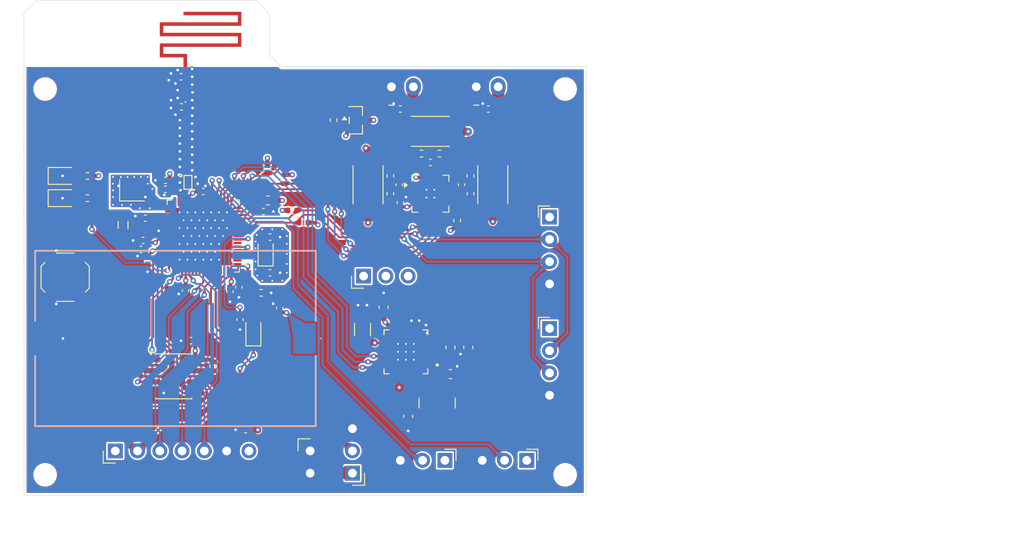
<source format=kicad_pcb>
(kicad_pcb (version 20241229) (generator "pcbnew") (generator_version "9.0")
  (layers (0 "F.Cu" signal) (4 "In1.Cu" signal) (6 "In2.Cu" signal) (2 "B.Cu" signal) (13 "F.Paste" user) (15 "B.Paste" user) (5 "F.SilkS" user "F.Silkscreen") (7 "B.SilkS" user "B.Silkscreen") (1 "F.Mask" user) (3 "B.Mask" user) (25 "Edge.Cuts" user))
  (net 0 "")
  (net 1 "GND")
  (net 2 "Net-(U3-IN-1)")
  (net 3 "Net-(U3-IN+1)")
  (net 4 "Net-(U3-IN-2)")
  (net 5 "Net-(U3-IN+2)")
  (net 6 "Net-(U3-IN-3)")
  (net 7 "Net-(U3-IN+3)")
  (net 8 "Net-(U2-BUFSRC)")
  (net 9 "/Power Management/BATT")
  (net 10 "/Power Management/BUCK")
  (net 11 "Net-(U2-BOOST)")
  (net 13 "Net-(U2-SWBOOST)")
  (net 14 "Net-(U2-SWBUCK)")
  (net 15 "SWO")
  (net 16 "+3.3V")
  (net 17 "NRST")
  (net 18 "SWDIO")
  (net 19 "Net-(LED1-A)")
  (net 20 "Net-(LED2-A)")
  (net 21 "/STM32WB55RG/USER_LED")
  (net 25 "/STM32WB55RG/VDDA")
  (net 27 "/Power Management/3V3")
  (net 28 "SWCLK")
  (net 30 "/STM32WB55RG/VLXSMPS")
  (net 35 "Net-(U4-~{HOLD})")
  (net 39 "3V3_EXT")
  (net 46 "/STM32WB55RG/VFBSMPS")
  (net 49 "RF1")
  (net 51 "/STM32WB55RG/BOOT0")
  (net 59 "/Power Management/SRC")
  (net 61 "Net-(C29-Pad2)")
  (net 65 "SCL")
  (net 66 "WAR_INA")
  (net 67 "PV_INA")
  (net 68 "CRI_INA")
  (net 69 "SDA")
  (net 70 "/STM32WB55RG/LSE_IN")
  (net 71 "VSRC")
  (net 72 "/STM32WB55RG/LSE_OUT")
  (net 73 "/STM32WB55RG/HSE_IN")
  (net 74 "/STM32WB55RG/HSE_OUT")
  (net 75 "/Power Management/HVOUT")
  (net 76 "VBAT")
  (net 77 "USART_TX")
  (net 78 "DFR0198")
  (net 79 "VBAT_BACKUP")
  (net 80 "SEN0308")
  (net 81 "USART_RX")
  (net 82 "Net-(D1-A)")
  (net 83 "VDD_SENS")
  (net 84 "GATE_SENS")
  (net 85 "WP_FRAM")
  (net 86 "MOSI")
  (net 87 "/RF/ANT")
  (net 88 "Net-(L4-Pad1)")
  (net 89 "CS_FRAM")
  (net 90 "MISO")
  (net 91 "SCK")
  (net 92 "S0_AEM")
  (net 93 "S1_AEM")
  (net 94 "S2_AEM")
  (footprint "Capacitor_SMD:C_0402_1005Metric" (layer "F.Cu") (at 35.318657 36.225424 180)
    (property "Reference" "C14")
    (property "Value" "100nF")
  )
  (footprint "Inductor_SMD:L_Coilcraft_LPS4018" (layer "F.Cu") (at 61.988657 60.355424 -90)
    (property "Reference" "L1")
    (property "Value" "10uH")
  )
  (footprint "LED_SMD:LED_0402_1005Metric" (layer "F.Cu") (at 33.286657 24.922424 90)
    (property "Reference" "L6")
    (property "Value" "3.6nH")
  )
  (footprint "Capacitor_SMD:C_0402_1005Metric" (layer "F.Cu") (at 44.048552 49.533438 -90)
    (property "Reference" "C26")
    (property "Value" "100nF")
  )
  (footprint "Resistor_SMD:R_0402_1005Metric" (layer "F.Cu") (at 22.110657 34.447424 180)
    (property "Reference" "R16")
    (property "Value" "470")
  )
  (footprint "Capacitor_SMD:C_0603_1608Metric" (layer "F.Cu") (at 63.512657 57.053424)
    (property "Reference" "C7")
    (property "Value" "22uF")
  )
  (footprint "Inductor_SMD:L_0603_1608Metric" (layer "F.Cu") (at 42.684657 37.241424 180)
    (property "Reference" "L3")
    (property "Value" "600@100MHz")
  )
  (footprint "Capacitor_SMD:C_0402_1005Metric" (layer "F.Cu") (at 28.714657 39.273424)
    (property "Reference" "C22")
    (property "Value" "4.7uF")
  )
  (footprint "Crystal:Crystal_SMD_2012-2Pin_2.0x1.2mm" (layer "F.Cu") (at 42.430657 43.464424 90)
    (property "Reference" "X2")
    (property "Value" "32.768kHz")
  )
  (footprint "Capacitor_SMD:C_0402_1005Metric" (layer "F.Cu") (at 64.782657 35.463424 90)
    (property "Reference" "C2")
    (property "Value" "100nF")
  )
  (footprint "Resistor_SMD:R_0402_1005Metric" (layer "F.Cu") (at 46.748657 39.781424)
    (property "Reference" "R14")
    (property "Value" "10k")
  )
  (footprint "Inductor_SMD:L_0402_1005Metric" (layer "F.Cu") (at 28.714657 40.797424)
    (property "Reference" "L4")
    (property "Value" "10nH")
  )
  (footprint "Capacitor_SMD:C_0603_1608Metric" (layer "F.Cu") (at 65.544657 54.005424 -90)
    (property "Reference" "C6")
    (property "Value" "10uF")
  )
  (footprint "Resistor_SMD:R_0402_1005Metric" (layer "F.Cu") (at 45.478657 38.384424 180)
    (property "Reference" "R15")
    (property "Value" "10k")
  )
  (footprint "Package_TO_SOT_SMD:SOT-23" (layer "F.Cu") (at 52.717657 28.097424)
    (property "Reference" "Q1")
    (property "Value" "AO3401A")
  )
  (footprint "Resistor_SMD:R_2512_6332Metric" (layer "F.Cu") (at 54.114657 35.463424 90)
    (property "Reference" "R3")
    (property "Value" "0.22")
  )
  (footprint "Capacitor_SMD:C_0402_1005Metric" (layer "F.Cu") (at 28.968657 44.226424 90)
    (property "Reference" "C13")
    (property "Value" "100nF")
  )
  (footprint "Capacitor_SMD:C_0402_1005Metric" (layer "F.Cu") (at 39.509657 50.830424 90)
    (property "Reference" "C23")
    (property "Value" "100nF")
  )
  (footprint "Resistor_SMD:R_0402_1005Metric" (layer "F.Cu") (at 65.798657 34.447424 90)
    (property "Reference" "R4")
    (property "Value" "10")
  )
  (footprint "Capacitor_SMD:C_0402_1005Metric" (layer "F.Cu") (at 57.797657 37.495424 -90)
    (property "Reference" "C1")
    (property "Value" "100nF")
  )
  (footprint "Capacitor_SMD:C_0402_1005Metric" (layer "F.Cu") (at 31.000657 35.971424)
    (property "Reference" "C20")
    (property "Value" "100pF")
  )
  (footprint "Resistor_SMD:R_0402_1005Metric" (layer "F.Cu") (at 62.242657 31.907424)
    (property "Reference" "R7")
    (property "Value" "10")
  )
  (footprint "Resistor_SMD:R_2512_6332Metric" (layer "F.Cu") (at 61.226657 29.367424)
    (property "Reference" "R2")
    (property "Value" "0.22")
  )
  (footprint "Capacitor_SMD:C_0402_1005Metric" (layer "F.Cu") (at 28.460657 41.813424)
    (property "Reference" "C16")
    (property "Value" "100nF")
  )
  (footprint "Capacitor_SMD:C_0402_1005Metric" (layer "F.Cu") (at 39.382657 47.147424 90)
    (property "Reference" "C21")
    (property "Value" "100nF")
  )
  (footprint "Connector_PinHeader_2.54mm:PinHeader_1x04_P2.54mm_Horizontal" (layer "F.Cu") (at 74.815657 51.846424)
    (property "Reference" "CN5")
    (property "Value" "Conn_01x04")
  )
  (footprint "Capacitor_SMD:C_0402_1005Metric" (layer "F.Cu") (at 57.670657 35.463424 -90)
    (property "Reference" "C4")
    (property "Value" "100nF")
  )
  (footprint "Resistor_SMD:R_0402_1005Metric" (layer "F.Cu") (at 60.210657 31.907424 180)
    (property "Reference" "R6")
    (property "Value" "10")
  )
  (footprint "Capacitor_SMD:C_0402_1005Metric" (layer "F.Cu") (at 42.938657 45.496424 180)
    (property "Reference" "C24")
    (property "Value" "12pF")
  )
  (footprint "Connector_PinHeader_2.54mm:PinHeader_1x03_P2.54mm_Horizontal" (layer "F.Cu") (at 72.215657 66.892424 -90)
    (property "Reference" "CN6")
    (property "Value" "Conn_01x03")
  )
  (footprint "Resistor_SMD:R_0402_1005Metric" (layer "F.Cu") (at 56.654657 34.447424 90)
    (property "Reference" "R9")
    (property "Value" "10")
  )
  (footprint "Connector_JST:JST_EH_S2B-EH_1x02_P2.50mm_Horizontal" (layer "F.Cu") (at 66.453657 24.279924)
    (property "Reference" "CN2")
    (property "Value" "Conn_01x02")
  )
  (footprint "MountingHole:MountingHole_2.2mm_M2" (layer "F.Cu") (at 17.284657 68.541424)
    (property "Reference" "H4")
    (property "Value" "MountingHole")
  )
  (footprint "MountingHole:MountingHole_2.2mm_M2" (layer "F.Cu") (at 17.284657 24.541424)
    (property "Reference" "H1")
    (property "Value" "MountingHole")
  )
  (footprint "Resistor_SMD:R_0402_1005Metric" (layer "F.Cu") (at 56.654657 36.479424 -90)
    (property "Reference" "R8")
    (property "Value" "10")
  )
  (footprint "Connector_PinHeader_2.54mm:PinHeader_1x07_P2.54mm_Vertical" (layer "F.Cu") (at 25.285657 65.816424 90)
    (property "Reference" "CN1")
    (property "Value" "Conn_01x07")
  )
  (footprint "Resistor_SMD:R_0402_1005Metric" (layer "F.Cu") (at 44.589657 34.828424 -90)
    (property "Reference" "R11")
    (property "Value" "10k")
  )
  (footprint "Package_DFN_QFN:QFN-68-1EP_8x8mm_P0.4mm_EP6.4x6.4mm" (layer "F.Cu") (at 35.318657 41.305424 180)
    (property "Reference" "U1")
    (property "Value" "STM32WB55RGVx")
  )
  (footprint "Capacitor_SMD:C_0402_1005Metric" (layer "F.Cu") (at 42.176657 38.511424 180)
    (property "Reference" "C17")
    (property "Value" "100nF")
  )
  (footprint "MLPF-WB55-01E3:MLPF-WB55-01E3" (layer "F.Cu") (at 33.622657 35.201424)
    (property "Reference" "FLT1")
    (property "Value" "Low_Pass_Filter_2.4GHz_50R")
  )
  (footprint "Connector_PinHeader_2.54mm:PinHeader_1x02_P2.54mm_Vertical" (layer "F.Cu") (at 47.510657 65.811424)
    (property "Reference" "CN9")
    (property "Value" "Conn_01x02")
  )
  (footprint "Capacitor_SMD:C_0402_1005Metric" (layer "F.Cu") (at 28.206657 42.829424)
    (property "Reference" "C15")
    (property "Value" "4.7uF")
  )
  (footprint "Resistor_SMD:R_0402_1005Metric" (layer "F.Cu") (at 65.798657 36.479424 -90)
    (property "Reference" "R5")
    (property "Value" "10")
  )
  (footprint "AEM10941-QFN:QFN50P500X500X90-29N" (layer "F.Cu") (at 58.432657 54.513424 180)
    (property "Reference" "U2")
    (property "Value" "AEM10941")
  )
  (footprint "Capacitor_SMD:C_0402_1005Metric" (layer "F.Cu") (at 61.226657 32.923424 180)
    (property "Reference" "C3")
    (property "Value" "100nF")
  )
  (footprint "Capacitor_SMD:C_0402_1005Metric" (layer "F.Cu") (at 33.921657 53.243424 180)
    (property "Reference" "C10")
    (property "Value" "100nF")
  )
  (footprint "Capacitor_SMD:C_0402_1005Metric" (layer "F.Cu") (at 32.778657 23.144424)
    (property "Reference" "C30")
    (property "Value" "1.2pF")
  )
  (footprint "Capacitor_SMD:C_0402_1005Metric" (layer "F.Cu") (at 33.286657 47.528424 90)
    (property "Reference" "C18")
    (property "Value" "100nF")
  )
  (footprint "Resistor_SMD:R_0402_1005Metric" (layer "F.Cu") (at 41.922657 47.782424 180)
    (property "Reference" "R13")
    (property "Value" "10k")
  )
  (footprint "Resistor_SMD:R_2512_6332Metric" (layer "F.Cu") (at 68.338657 35.463424 -90)
    (property "Reference" "R1")
    (property "Value" "0.22")
  )
  (footprint "Connector_JST:JST_EH_S2B-EH_1x02_P2.50mm_Horizontal" (layer "F.Cu") (at 56.781657 24.287424)
    (property "Reference" "CN3")
    (property "Value" "Conn_01x02")
  )
  (footprint "Resistor_SMD:R_0402_1005Metric" (layer "F.Cu") (at 64.274657 39.527424 90)
    (property "Reference" "R10")
    (property "Value" "10k")
  )
  (footprint "Capacitor_SMD:C_0402_1005Metric" (layer "F.Cu") (at 67.830657 26.827424)
    (property "Reference" "C27")
    (property "Value" "100nF")
  )
  (footprint "Inductor_SMD:L_0805_2012Metric" (layer "F.Cu") (at 26.174657 40.035424 -90)
    (property "Reference" "L5")
    (property "Value" "10uH")
  )
  (footprint "Capacitor_SMD:C_0402_1005Metric" (layer "F.Cu") (at 42.938657 41.432424 180)
    (property "Reference" "C25")
    (property "Value" "12pF")
  )
  (footprint "Crystal:Crystal_SMD_2016-4Pin_2.0x1.6mm" (layer "F.Cu") (at 27.190657 36.098424)
    (property "Reference" "X1")
    (property "Value" "32MHz")
  )
  (footprint "Resistor_SMD:R_0402_1005Metric" (layer "F.Cu") (at 36.461657 56.164424 90)
    (property "Reference" "R19")
    (property "Value" "10k")
  )
  (footprint "Connector_PinHeader_2.54mm:PinHeader_1x03_P2.54mm_Horizontal" (layer "F.Cu") (at 62.877657 66.892424 -90)
    (property "Reference" "CN7")
    (property "Value" "Conn_01x03")
  )
  (footprint "Capacitor_SMD:C_0402_1005Metric" (layer "F.Cu") (at 32.842657 26.573424)
    (property "Reference" "C29")
    (property "Value" "1.2pF")
  )
  (footprint "Package_SO:SOIC-8_3.9x4.9mm_P1.27mm" (layer "F.Cu") (at 31.951657 57.307424)
    (property "Reference" "U4")
    (property "Value" "MB85RS256B")
  )
  (footprint "Capacitor_SMD:C_0402_1005Metric" (layer "F.Cu") (at 40.144657 63.403424)
    (property "Reference" "C11")
    (property "Value" "100nF")
  )
  (footprint "Resistor_SMD:R_0402_1005Metric" (layer "F.Cu") (at 50.177657 28.097424 90)
    (property "Reference" "R18")
    (property "Value" "100k")
  )
  (footprint "Connector_PinHeader_2.54mm:PinHeader_1x04_P2.54mm_Horizontal" (layer "F.Cu") (at 74.815657 39.146424)
    (property "Reference" "CN4")
    (property "Value" "Conn_01x04")
  )
  (footprint "Capacitor_SMD:C_0402_1005Metric" (layer "F.Cu") (at 31.000657 34.955424)
    (property "Reference" "C19")
    (property "Value" "100nF")
  )
  (footprint "MountingHole:MountingHole_2.2mm_M2" (layer "F.Cu") (at 76.593657 68.541424)
    (property "Reference" "H3")
    (property "Value" "MountingHole")
  )
  (footprint "LED_SMD:LED_0805_2012Metric" (layer "F.Cu") (at 19.316657 36.987424)
    (property "Reference" "LED2")
    (property "Value" "White")
  )
  (footprint "Diode_SMD:D_SOD-323" (layer "F.Cu") (at 41.033657 52.227424 90)
    (property "Reference" "D1")
    (property "Value" "D_Schottky")
  )
  (footprint "Capacitor_SMD:C_0402_1005Metric" (layer "F.Cu") (at 57.797657 26.827424)
    (property "Reference" "C28")
    (property "Value" "100nF")
  )
  (footprint "Connector_PinHeader_2.54mm:PinHeader_1x03_P2.54mm_Vertical" (layer "F.Cu") (at 53.606657 45.877424 90)
    (property "Reference" "J1")
    (property "Value" "Conn_01x03")
  )
  (footprint "Inductor_SMD:L_0603_1608Metric" (layer "F.Cu") (at 63.512657 54.005424 -90)
    (property "Reference" "L2")
    (property "Value" "10uH")
  )
  (footprint "Capacitor_SMD:C_0603_1608Metric" (layer "F.Cu") (at 55.892657 49.433424 -90)
    (property "Reference" "C8")
    (property "Value" "10uF")
  )
  (footprint "LED_SMD:LED_0805_2012Metric" (layer "F.Cu") (at 19.316657 34.447424)
    (property "Reference" "LED1")
    (property "Value" "Green")
  )
  (footprint "MountingHole:MountingHole_2.2mm_M2" (layer "F.Cu") (at 76.593657 24.541424)
    (property "Reference" "H2")
    (property "Value" "MountingHole")
  )
  (footprint "Resistor_SMD:R_0402_1005Metric" (layer "F.Cu") (at 22.110657 36.987424 180)
    (property "Reference" "R17")
    (property "Value" "300")
  )
  (footprint "Button_Switch_SMD:SW_SPST_TL3342" (layer "F.Cu") (at 19.570657 46.004424 90)
    (property "Reference" "SW1")
    (property "Value" "SW_Reset")
  )
  (footprint "Resistor_SMD:R_0402_1005Metric" (layer "F.Cu") (at 42.630657 33.651424 -90)
    (property "Reference" "R12")
    (property "Value" "10k")
  )
  (footprint "Capacitor_SMD:C_0603_1608Metric" (layer "F.Cu") (at 58.686657 61.879424 -90)
    (property "Reference" "C5")
    (property "Value" "10uF")
  )
  (footprint "Connector_PinHeader_2.54mm:PinHeader_1x03_P2.54mm_Vertical" (layer "F.Cu") (at 52.336657 68.356424 180)
    (property "Reference" "CN8")
    (property "Value" "Conn_01x03")
  )
  (footprint "Capacitor_SMD:C_0402_1005Metric" (layer "F.Cu") (at 38.366657 47.655424 90)
    (property "Reference" "C12")
    (property "Value" "100nF")
  )
  (footprint "Package_DFN_QFN:Texas_RGV0016A_VQFN-16-1EP_4x4mm_P0.65mm_EP2.1x2.1mm" (layer "F.Cu") (at 61.226657 36.479424)
    (property "Reference" "U3")
    (property "Value" "INA3221")
  )
  (footprint "Capacitor_SMD:C_1206_3216Metric" (layer "F.Cu") (at 53.479657 51.973424 90)
    (property "Reference" "C9")
    (property "Value" "150uF")
  )
  (footprint "PZG_Batteries:SMTU2032C" (layer "B.Cu") (at 32.143657 52.989424 180)
    (property "Reference" "BT1")
    (property "Value" "CR2032" (hide yes))
  )
  (gr_poly (pts (xy 79.006657 22.001424) (xy 79.006657 70.896424) (xy 14.871657 70.896424) (xy 14.862849 15.909777) (xy 16.360962 14.411424) (xy 41.311563 14.411424) (xy 42.862657 15.962518) (xy 42.862657 20.6158) (xy 44.248507 22.001424)) (stroke (width 0.05)) (fill no) (layer "Edge.Cuts"))
  (segment (start 30.520657 34.955424) (end 29.857657 34.955424) (width 0.4) (layer "F.Cu") (net 1))
  (segment (start 58.488657 36.804424) (end 58.432657 36.860424) (width 0.2) (layer "F.Cu") (net 1))
  (segment (start 42.432657 47.782424) (end 43.065657 47.782424) (width 0.4) (layer "F.Cu") (net 1))
  (segment (start 44.843657 42.194424) (end 44.843657 43.337424) (width 0.4) (layer "F.Cu") (net 1))
  (segment (start 18.452657 42.854424) (end 18.554657 42.956424) (width 0.4) (layer "F.Cu") (net 1))
  (segment (start 32.016657 23.144424) (end 32.298657 23.144424) (width 0.2) (layer "F.Cu") (net 1))
  (segment (start 57.317657 26.474424) (end 57.035657 26.192424) (width 0.6) (layer "F.Cu") (net 1))
  (segment (start 32.918657 37.417924) (end 32.918657 36.280898) (width 0.2) (layer "F.Cu") (net 1))
  (segment (start 41.287657 42.702424) (end 41.287657 41.940424) (width 0.4) (layer "F.Cu") (net 1))
  (segment (start 27.726657 43.492424) (end 27.825657 43.591424) (width 0.4) (layer "F.Cu") (net 1))
  (segment (start 28.079657 38.130424) (end 29.222657 38.130424) (width 0.4) (layer "F.Cu") (net 1))
  (segment (start 27.063657 37.749424) (end 26.047657 37.749424) (width 0.4) (layer "F.Cu") (net 1))
  (segment (start 28.079657 38.130424) (end 27.444657 38.130424) (width 0.4) (layer "F.Cu") (net 1))
  (segment (start 25.708657 35.548424) (end 25.666657 35.590424) (width 0.4) (layer "F.Cu") (net 1))
  (segment (start 25.031657 36.098424) (end 25.031657 36.860424) (width 0.4) (layer "F.Cu") (net 1))
  (segment (start 39.382657 47.627424) (end 39.382657 48.290424) (width 0.4) (layer "F.Cu") (net 1))
  (segment (start 53.479657 49.687424) (end 52.971657 49.179424) (width 0.8) (layer "F.Cu") (net 1))
  (segment (start 27.444657 38.130424) (end 27.063657 37.749424) (width 0.4) (layer "F.Cu") (net 1))
  (segment (start 52.971657 49.179424) (end 53.987657 49.179424) (width 0.8) (layer "F.Cu") (net 1))
  (segment (start 43.319657 46.385424) (end 43.192657 46.385424) (width 0.4) (layer "F.Cu") (net 1))
  (segment (start 44.843657 44.480424) (end 44.843657 45.496424) (width 0.4) (layer "F.Cu") (net 1))
  (segment (start 43.314552 49.053438) (end 43.286552 49.025438) (width 0.4) (layer "F.Cu") (net 1))
  (segment (start 44.335657 40.543424) (end 43.192657 40.543424) (width 0.4) (layer "F.Cu") (net 1))
  (segment (start 28.968657 34.574424) (end 28.206657 34.574424) (width 0.4) (layer "F.Cu") (net 1))
  (segment (start 64.287657 56.177424) (end 64.274657 56.164424) (width 0.4) (layer "F.Cu") (net 1))
  (segment (start 44.843657 41.051424) (end 44.335657 40.543424) (width 0.4) (layer "F.Cu") (net 1))
  (segment (start 30.231086 40.705424) (end 30.231086 40.747853) (width 0.2) (layer "F.Cu") (net 1))
  (segment (start 41.287657 41.305424) (end 41.287657 41.940424) (width 0.4) (layer "F.Cu") (net 1))
  (segment (start 27.890657 36.648424) (end 28.502657 36.648424) (width 0.4) (layer "F.Cu") (net 1))
  (segment (start 41.287657 45.623424) (end 41.287657 45.115424) (width 0.4) (layer "F.Cu") (net 1))
  (segment (start 17.670657 49.154424) (end 18.452657 49.154424) (width 0.4) (layer "F.Cu") (net 1))
  (segment (start 42.049657 46.385424) (end 41.478157 45.813924) (width 0.4) (layer "F.Cu") (net 1))
  (segment (start 39.509657 51.310424) (end 39.509657 51.973424) (width 0.4) (layer "F.Cu") (net 1))
  (segment (start 58.932657 52.153424) (end 58.932657 51.092424) (width 0.2) (layer "F.Cu") (net 1))
  (segment (start 32.362657 26.573424) (end 31.762657 26.573424) (width 0.2) (layer "F.Cu") (net 1))
  (segment (start 30.388657 40.905424) (end 31.431157 40.905424) (width 0.2) (layer "F.Cu") (net 1))
  (segment (start 64.287657 57.053424) (end 64.287657 56.177424) (width 0.4) (layer "F.Cu") (net 1))
  (segment (start 59.364157 36.804424) (end 58.488657 36.804424) (width 0.2) (layer "F.Cu") (net 1))
  (segment (start 67.350657 26.347424) (end 67.350657 26.827424) (width 0.6) (layer "F.Cu") (net 1))
  (segment (start 35.572657 35.646424) (end 35.798657 35.872424) (width 0.4) (layer "F.Cu") (net 1))
  (segment (start 39.664657 63.403424) (end 39.001657 63.403424) (width 0.6) (layer "F.Cu") (net 1))
  (segment (start 32.918657 36.280898) (end 32.718657 36.080898) (width 0.2) (layer "F.Cu") (net 1))
  (segment (start 44.843657 41.305424) (end 44.843657 41.051424) (width 0.4) (layer "F.Cu") (net 1))
  (segment (start 25.031657 34.574424) (end 25.031657 35.336424) (width 0.4) (layer "F.Cu") (net 1))
  (segment (start 25.031657 37.749424) (end 26.047657 37.749424) (width 0.4) (layer "F.Cu") (net 1))
  (segment (start 41.478157 45.813924) (end 41.287657 45.623424) (width 0.4) (layer "F.Cu") (net 1))
  (segment (start 44.048552 49.053438) (end 43.314552 49.053438) (width 0.4) (layer "F.Cu") (net 1))
  (segment (start 35.798657 35.872424) (end 35.798657 36.225424) (width 0.4) (layer "F.Cu") (net 1))
  (segment (start 41.414657 41.178424) (end 41.287657 41.305424) (width 0.4) (layer "F.Cu") (net 1))
  (segment (start 27.980657 41.813424) (end 27.317657 41.813424) (width 0.4) (layer "F.Cu") (net 1))
  (segment (start 29.512711 35.93537) (end 29.512711 35.880478) (width 0.4) (layer "F.Cu") (net 1))
  (segment (start 64.668657 54.780424) (end 64.655657 54.767424) (width 0.4) (layer "F.Cu") (net 1))
  (segment (start 26.682657 34.574424) (end 25.920657 34.574424) (width 0.4) (layer "F.Cu") (net 1))
  (segment (start 60.792657 52.407424) (end 60.845657 52.354424) (width 0.2) (layer "F.Cu") (net 1))
  (segment (start 38.366657 48.798424) (end 38.366657 48.135424) (width 0.4) (layer "F.Cu") (net 1))
  (segment (start 42.656657 38.511424) (end 43.319657 38.511424) (width 0.4) (layer "F.Cu") (net 1))
  (segment (start 29.476657 59.212424) (end 30.808657 59.212424) (width 0.4) (layer "F.Cu") (net 1))
  (segment (start 42.049657 40.543424) (end 43.192657 40.543424) (width 0.4) (layer "F.Cu") (net 1))
  (segment (start 26.490657 35.548424) (end 25.708657 35.548424) (width 0.4) (layer "F.Cu") (net 1))
  (segment (start 59.432657 51.481424) (end 59.956657 50.957424) (width 0.2) (layer "F.Cu") (net 1))
  (segment (start 18.379157 34.447424) (end 19.266657 34.447424) (width 0.4) (layer "F.Cu") (net 1))
  (segment (start 28.234657 39.273424) (end 27.825657 39.273424) (width 0.4) (layer "F.Cu") (net 1))
  (segment (start 35.572657 35.590424) (end 35.572657 35.646424) (width 0.4) (layer "F.Cu") (net 1))
  (segment (start 31.635657 22.763424) (end 32.016657 23.144424) (width 0.2) (layer "F.Cu") (net 1))
  (segment (start 25.031657 36.860424) (end 25.031657 37.749424) (width 0.4) (layer "F.Cu") (net 1))
  (segment (start 55.892657 48.658424) (end 55.892657 47.782424) (width 0.4) (layer "F.Cu") (net 1))
  (segment (start 57.317657 26.827424) (end 57.317657 26.474424) (width 0.6) (layer "F.Cu") (net 1))
  (segment (start 18.452657 49.154424) (end 18.554657 49.052424) (width 0.4) (layer "F.Cu") (net 1))
  (segment (start 30.520657 36.253424) (end 30.873657 36.606424) (width 0.4) (layer "F.Cu") (net 1))
  (segment (start 44.335657 46.385424) (end 43.319657 46.385424) (width 0.4) (layer "F.Cu") (net 1))
  (segment (start 41.287657 45.115424) (end 41.287657 44.226424) (width 0.4) (layer "F.Cu") (net 1))
  (segment (start 29.512711 35.880478) (end 28.968657 35.336424) (width 0.4) (layer "F.Cu") (net 1))
  (segment (start 33.286657 48.008424) (end 32.623657 48.008424) (width 0.4) (layer "F.Cu") (net 1))
  (segment (start 32.623657 48.008424) (end 32.524657 47.909424) (width 0.4) (layer "F.Cu") (net 1))
  (segment (start 58.686657 62.654424) (end 58.686657 63.530424) (width 0.4) (layer "F.Cu") (net 1))
  (segment (start 44.843657 41.305424) (end 44.843657 42.194424) (width 0.4) (layer "F.Cu") (net 1))
  (segment (start 28.968657 44.706424) (end 28.968657 45.369424) (width 0.4) (layer "F.Cu") (net 1))
  (segment (start 43.418657 45.496424) (end 44.081657 45.496424) (width 0.4) (layer "F.Cu") (net 1))
  (segment (start 60.030657 52.153424) (end 60.718657 51.465424) (width 0.2) (layer "F.Cu") (net 1))
  (segment (start 59.432657 52.153424) (end 59.432657 51.481424) (width 0.2) (layer "F.Cu") (net 1))
  (segment (start 44.843657 43.337424) (end 44.843657 44.480424) (width 0.4) (layer "F.Cu") (net 1))
  (segment (start 57.952657 36.860424) (end 57.797657 37.015424) (width 0.4) (layer "F.Cu") (net 1))
  (segment (start 44.335657 46.385424) (end 44.843657 45.877424) (width 0.4) (layer "F.Cu") (net 1))
  (segment (start 33.441657 53.243424) (end 32.778657 53.243424) (width 0.4) (layer "F.Cu") (net 1))
  (segment (start 67.195657 26.192424) (end 67.350657 26.347424) (width 0.6) (layer "F.Cu") (net 1))
  (segment (start 57.896657 37.015424) (end 57.924657 37.015424) (width 0.2) (layer "F.Cu") (net 1))
  (segment (start 53.479657 50.498424) (end 53.479657 49.687424) (width 0.8) (layer "F.Cu") (net 1))
  (segment (start 65.544657 54.780424) (end 64.668657 54.780424) (width 0.4) (layer "F.Cu") (net 1))
  (segment (start 27.444657 34.574424) (end 26.682657 34.574424) (width 0.4) (layer "F.Cu") (net 1))
  (segment (start 25.920657 34.574424) (end 25.031657 34.574424) (width 0.4) (layer "F.Cu") (net 1))
  (segment (start 28.968657 35.336424) (end 28.968657 34.574424) (width 0.4) (layer "F.Cu") (net 1))
  (segment (start 28.502657 36.648424) (end 28.714657 36.860424) (width 0.4) (layer "F.Cu") (net 1))
  (segment (start 31.762657 26.573424) (end 31.635657 26.700424) (width 0.2) (layer "F.Cu") (net 1))
  (segment (start 43.418657 41.432424) (end 44.081657 41.432424) (width 0.4) (layer "F.Cu") (net 1))
  (segment (start 17.670657 42.854424) (end 18.452657 42.854424) (width 0.4) (layer "F.Cu") (net 1))
  (segment (start 58.932657 51.092424) (end 59.067657 50.957424) (width 0.2) (layer "F.Cu") (net 1))
  (segment (start 43.192657 46.385424) (end 42.049657 46.385424) (width 0.4) (layer "F.Cu") (net 1))
  (segment (start 59.932657 52.153424) (end 60.030657 52.153424) (width 0.2) (layer "F.Cu") (net 1))
  (segment (start 42.049657 40.543424) (end 41.414657 41.178424) (width 0.4) (layer "F.Cu") (net 1))
  (segment (start 27.726657 42.829424) (end 27.726657 43.492424) (width 0.4) (layer "F.Cu") (net 1))
  (segment (start 60.792657 53.013424) (end 60.792657 52.407424) (width 0.2) (layer "F.Cu") (net 1))
  (segment (start 28.206657 34.574424) (end 27.444657 34.574424) (width 0.4) (layer "F.Cu") (net 1))
  (segment (start 30.520657 35.971424) (end 30.520657 36.253424) (width 0.4) (layer "F.Cu") (net 1))
  (segment (start 53.479657 49.687424) (end 53.987657 49.179424) (width 0.8) (layer "F.Cu") (net 1))
  (segment (start 58.432657 36.860424) (end 57.952657 36.860424) (width 0.4) (layer "F.Cu") (net 1))
  (segment (start 44.843657 45.877424) (end 44.843657 45.496424) (width 0.4) (layer "F.Cu") (net 1))
  (segment (start 30.231086 40.747853) (end 30.388657 40.905424) (width 0.2) (layer "F.Cu") (net 1))
  (segment (start 18.379157 36.987424) (end 19.266657 36.987424) (width 0.4) (layer "F.Cu") (net 1))
  (segment (start 25.031657 35.336424) (end 25.031657 36.098424) (width 0.4) (layer "F.Cu") (net 1))
  (segment (start 27.825657 39.273424) (end 27.571657 39.019424) (width 0.4) (layer "F.Cu") (net 1))
  (via (at 32.143657 27.462424) (size 0.6) (drill 0.3) (layers "F.Cu" "B.Cu") (net 1))
  (via (at 37.118657 40.405424) (size 0.4) (drill 0.2) (layers "F.Cu" "B.Cu") (net 1))
  (via (at 61.676657 36.929424) (size 0.4) (drill 0.2) (layers "F.Cu" "B.Cu") (net 1))
  (via (at 25.031657 37.749424) (size 0.4) (drill 0.2) (layers "F.Cu" "B.Cu") (net 1))
  (via (at 34.102657 26.700424) (size 0.6) (drill 0.3) (layers "F.Cu" "B.Cu") (net 1))
  (via (at 44.843657 41.305424) (size 0.4) (drill 0.2) (layers "F.Cu" "B.Cu") (net 1))
  (via (at 34.048657 32.034424) (size 0.6) (drill 0.3) (layers "F.Cu" "B.Cu") (net 1))
  (via (at 27.444657 34.574424) (size 0.4) (drill 0.2) (layers "F.Cu" "B.Cu") (net 1))
  (via (at 32.618657 42.205424) (size 0.4) (drill 0.2) (layers "F.Cu" "B.Cu") (net 1))
  (via (at 34.418657 40.405424) (size 0.4) (drill 0.2) (layers "F.Cu" "B.Cu") (net 1))
  (via (at 35.572657 35.590424) (size 0.6) (drill 0.3) (layers "F.Cu" "B.Cu") (net 1))
  (via (at 32.651657 35.209424) (size 0.6) (drill 0.3) (layers "F.Cu" "B.Cu") (net 1))
  (via (at 43.192657 40.543424) (size 0.4) (drill 0.2) (layers "F.Cu" "B.Cu") (net 1))
  (via (at 34.048657 28.478424) (size 0.6) (drill 0.3) (layers "F.Cu" "B.Cu") (net 1))
  (via (at 32.397657 24.668424) (size 0.6) (drill 0.3) (layers "F.Cu" "B.Cu") (net 1))
  (via (at 30.873657 36.606424) (size 0.6) (drill 0.3) (layers "F.Cu" "B.Cu") (net 1))
  (via (at 37.568657 39.505424) (size 0.4) (drill 0.2) (layers "F.Cu" "B.Cu") (net 1))
  (via (at 32.524657 47.909424) (size 0.6) (drill 0.3) (layers "F.Cu" "B.Cu") (net 1))
  (via (at 41.287657 41.940424) (size 0.4) (drill 0.2) (layers "F.Cu" "B.Cu") (net 1))
  (via (at 36.668657 39.505424) (size 0.4) (drill 0.2) (layers "F.Cu" "B.Cu") (net 1))
  (via (at 33.518657 40.405424) (size 0.4) (drill 0.2) (layers "F.Cu" "B.Cu") (net 1))
  (via (at 32.651657 33.431424) (size 0.6) (drill 0.3) (layers "F.Cu" "B.Cu") (net 1))
  (via (at 28.968657 35.336424) (size 0.4) (drill 0.2) (layers "F.Cu" "B.Cu") (net 1))
  (via (at 26.047657 37.749424) (size 0.4) (drill 0.2) (layers "F.Cu" "B.Cu") (net 1))
  (via (at 25.031657 34.574424) (size 0.4) (drill 0.2) (layers "F.Cu" "B.Cu") (net 1))
  (via (at 31.381657 23.525424) (size 0.6) (drill 0.3) (layers "F.Cu" "B.Cu") (net 1))
  (via (at 29.512711 35.93537) (size 0.4) (drill 0.2) (layers "F.Cu" "B.Cu") (net 1))
  (via (at 58.432657 55.413424) (size 0.4) (drill 0.2) (layers "F.Cu" "B.Cu") (net 1))
  (via (at 25.031657 36.860424) (size 0.4) (drill 0.2) (layers "F.Cu" "B.Cu") (net 1))
  (via (at 33.068657 43.105424) (size 0.4) (drill 0.2) (layers "F.Cu" "B.Cu") (net 1))
  (via (at 29.222657 38.130424) (size 0.4) (drill 0.2) (layers "F.Cu" "B.Cu") (net 1))
  (via (at 41.478157 45.813924) (size 0.4) (drill 0.2) (layers "F.Cu" "B.Cu") (net 1))
  (via (at 34.048657 30.256424) (size 0.6) (drill 0.3) (layers "F.Cu" "B.Cu") (net 1))
  (via (at 57.532657 53.613424) (size 0.4) (drill 0.2) (layers "F.Cu" "B.Cu") (net 1))
  (via (at 44.081657 45.496424) (size 0.6) (drill 0.3) (layers "F.Cu" "B.Cu") (net 1))
  (via (at 18.554657 49.052424) (size 0.6) (drill 0.3) (layers "F.Cu" "B.Cu") (net 1))
  (via (at 58.432657 53.613424) (size 0.4) (drill 0.2) (layers "F.Cu" "B.Cu") (net 1))
  (via (at 34.868657 41.305424) (size 0.4) (drill 0.2) (layers "F.Cu" "B.Cu") (net 1))
  (via (at 58.432657 36.860424) (size 0.6) (drill 0.3) (layers "F.Cu" "B.Cu") (net 1))
  (via (at 60.845657 52.354424) (size 0.6) (drill 0.3) (layers "F.Cu" "B.Cu") (net 1))
  (via (at 25.031657 36.098424) (size 0.4) (drill 0.2) (layers "F.Cu" "B.Cu") (net 1))
  (via (at 59.332657 54.513424) (size 0.4) (drill 0.2) (layers "F.Cu" "B.Cu") (net 1))
  (via (at 30.231086 40.705424) (size 0.6) (drill 0.3) (layers "F.Cu" "B.Cu") (net 1))
  (via (at 55.892657 47.782424) (size 0.6) (drill 0.3) (layers "F.Cu" "B.Cu") (net 1))
  (via (at 34.048657 32.923424) (size 0.6) (drill 0.3) (layers "F.Cu" "B.Cu") (net 1))
  (via (at 41.414657 41.178424) (size 0.4) (drill 0.2) (layers "F.Cu" "B.Cu") (net 1))
  (via (at 35.768657 43.105424) (size 0.4) (drill 0.2) (layers "F.Cu" "B.Cu") (net 1))
  (via (at 36.668657 41.305424) (size 0.4) (drill 0.2) (layers "F.Cu" "B.Cu") (net 1))
  (via (at 33.068657 39.505424) (size 0.4) (drill 0.2) (layers "F.Cu" "B.Cu") (net 1))
  (via (at 58.432657 54.513424) (size 0.4) (drill 0.2) (layers "F.Cu" "B.Cu") (net 1))
  (via (at 37.118657 42.205424) (size 0.4) (drill 0.2) (layers "F.Cu" "B.Cu") (net 1))
  (via (at 33.968657 43.105424) (size 0.4) (drill 0.2) (layers "F.Cu" "B.Cu") (net 1))
  (via (at 35.768657 39.505424) (size 0.4) (drill 0.2) (layers "F.Cu" "B.Cu") (net 1))
  (via (at 41.287657 45.115424) (size 0.4) (drill 0.2) (layers "F.Cu" "B.Cu") (net 1))
  (via (at 32.397657 25.557424) (size 0.6) (drill 0.3) (layers "F.Cu" "B.Cu") (net 1))
  (via (at 36.218657 44.005424) (size 0.4) (drill 0.2) (layers "F.Cu" "B.Cu") (net 1))
  (via (at 33.968657 39.505424) (size 0.4) (drill 0.2) (layers "F.Cu" "B.Cu") (net 1))
  (via (at 36.218657 40.405424) (size 0.4) (drill 0.2) (layers "F.Cu" "B.Cu") (net 1))
  (via (at 34.048657 23.144424) (size 0.6) (drill 0.3) (layers "F.Cu" "B.Cu") (net 1))
  (via (at 36.668657 43.105424) (size 0.4) (drill 0.2) (layers "F.Cu" "B.Cu") (net 1))
  (via (at 18.554657 42.956424) (size 0.6) (drill 0.3) (layers "F.Cu" "B.Cu") (net 1))
  (via (at 57.532657 54.513424) (size 0.4) (drill 0.2) (layers "F.Cu" "B.Cu") (net 1))
  (via (at 33.518657 44.005424) (size 0.4) (drill 0.2) (layers "F.Cu" "B.Cu") (net 1))
  (via (at 25.920657 34.574424) (size 0.4) (drill 0.2) (layers "F.Cu" "B.Cu") (net 1))
  (via (at 61.676657 36.029424) (size 0.4) (drill 0.2) (layers "F.Cu" "B.Cu") (net 1))
  (via (at 37.118657 44.005424) (size 0.4) (drill 0.2) (layers "F.Cu" "B.Cu") (net 1))
  (via (at 27.063657 37.749424) (size 0.4) (drill 0.2) (layers "F.Cu" "B.Cu") (net 1))
  (via (at 33.518657 38.605424) (size 0.4) (drill 0.2) (layers "F.Cu" "B.Cu") (net 1))
  (via (at 31.635657 26.700424) (size 0.6) (drill 0.3) (layers "F.Cu" "B.Cu") (net 1))
  (via (at 41.287657 44.226424) (size 0.4) (drill 0.2) (layers "F.Cu" "B.Cu") (net 1))
  (via (at 28.968657 34.574424) (size 0.4) (drill 0.2) (layers "F.Cu" "B.Cu") (net 1))
  (via (at 59.332657 55.413424) (size 0.4) (drill 0.2) (layers "F.Cu" "B.Cu") (net 1))
  (via (at 52.971657 49.179424) (size 0.6) (drill 0.3) (layers "F.Cu" "B.Cu") (net 1))
  (via (at 44.843657 43.337424) (size 0.4) (drill 0.2) (layers "F.Cu" "B.Cu") (net 1))
  (via (at 32.143657 23.906424) (size 0.6) (drill 0.3) (layers "F.Cu" "B.Cu") (net 1))
  (via (at 28.206657 34.574424) (size 0.4) (drill 0.2) (layers "F.Cu" "B.Cu") (net 1))
  (via (at 34.418657 38.605424) (size 0.4) (drill 0.2) (layers "F.Cu" "B.Cu") (net 1))
  (via (at 34.683657 35.336424) (size 0.6) (drill 0.3) (layers "F.Cu" "B.Cu") (net 1))
  (via (at 44.335657 46.385424) (size 0.4) (drill 0.2) (layers "F.Cu" "B.Cu") (net 1))
  (via (at 36.218657 38.605424) (size 0.4) (drill 0.2) (layers "F.Cu" "B.Cu") (net 1))
  (via (at 59.067657 50.957424) (size 0.6) (drill 0.3) (layers "F.Cu" "B.Cu") (net 1))
  (via (at 31.635657 25.811424) (size 0.6) (drill 0.3) (layers "F.Cu" "B.Cu") (net 1))
  (via (at 35.318657 38.605424) (size 0.4) (drill 0.2) (layers "F.Cu" "B.Cu") (net 1))
  (via (at 43.286552 49.025438) (size 0.6) (drill 0.3) (layers "F.Cu" "B.Cu") (net 1))
  (via (at 19.316657 52.989424) (size 0.6) (drill 0.3) (layers "F.Cu" "B.Cu") (net 1))
  (via (at 35.318657 40.405424) (size 0.4) (drill 0.2) (layers "F.Cu" "B.Cu") (net 1))
  (via (at 44.335657 40.543424) (size 0.4) (drill 0.2) (layers "F.Cu" "B.Cu") (net 1))
  (via (at 32.651657 32.542424) (size 0.6) (drill 0.3) (layers "F.Cu" "B.Cu") (net 1))
  (via (at 34.048657 27.589424) (size 0.6) (drill 0.3) (layers "F.Cu" "B.Cu") (net 1))
  (via (at 58.686657 63.530424) (size 0.6) (drill 0.3) (layers "F.Cu" "B.Cu") (net 1))
  (via (at 33.068657 41.305424) (size 0.4) (drill 0.2) (layers "F.Cu" "B.Cu") (net 1))
  (via (at 43.319657 38.511424) (size 0.6) (drill 0.3) (layers "F.Cu" "B.Cu") (net 1))
  (via (at 25.666657 35.590424) (size 0.6) (drill 0.3) (layers "F.Cu" "B.Cu") (net 1))
  (via (at 34.048657 22.255424) (size 0.6) (drill 0.3) (layers "F.Cu" "B.Cu") (net 1))
  (via (at 34.868657 39.505424) (size 0.4) (drill 0.2) (layers "F.Cu" "B.Cu") (net 1))
  (via (at 34.868657 43.105424) (size 0.4) (drill 0.2) (layers "F.Cu" "B.Cu") (net 1))
  (via (at 34.055494 25.814443) (size 0.6) (drill 0.3) (layers "F.Cu" "B.Cu") (net 1))
  (via (at 38.018657 40.405424) (size 0.4) (drill 0.2) (layers "F.Cu" "B.Cu") (net 1))
  (via (at 59.956657 50.957424) (size 0.6) (drill 0.3) (layers "F.Cu" "B.Cu") (net 1))
  (via (at 33.968657 41.305424) (size 0.4) (drill 0.2) (layers "F.Cu" "B.Cu") (net 1))
  (via (at 25.031657 35.336424) (size 0.4) (drill 0.2) (layers "F.Cu" "B.Cu") (net 1))
  (via (at 34.048657 33.812424) (size 0.6) (drill 0.3) (layers "F.Cu" "B.Cu") (net 1))
  (via (at 34.092568 24.922424) (size 0.6) (drill 0.3) (layers "F.Cu" "B.Cu") (net 1))
  (via (at 60.776657 36.029424) (size 0.4) (drill 0.2) (layers "F.Cu" "B.Cu") (net 1))
  (via (at 33.518657 42.205424) (size 0.4) (drill 0.2) (layers "F.Cu" "B.Cu") (net 1))
  (via (at 35.768657 41.305424) (size 0.4) (drill 0.2) (layers "F.Cu" "B.Cu") (net 1))
  (via (at 43.065657 47.782424) (size 0.6) (drill 0.3) (layers "F.Cu" "B.Cu") (net 1))
  (via (at 53.987657 49.179424) (size 0.6) (drill 0.3) (layers "F.Cu" "B.Cu") (net 1))
  (via (at 26.682657 34.574424) (size 0.4) (drill 0.2) (layers "F.Cu" "B.Cu") (net 1))
  (via (at 28.079657 38.130424) (size 0.4) (drill 0.2) (layers "F.Cu" "B.Cu") (net 1))
  (via (at 32.651657 31.653424) (size 0.6) (drill 0.3) (layers "F.Cu" "B.Cu") (net 1))
  (via (at 28.968657 45.369424) (size 0.6) (drill 0.3) (layers "F.Cu" "B.Cu") (net 1))
  (via (at 34.048657 29.367424) (size 0.6) (drill 0.3) (layers "F.Cu" "B.Cu") (net 1))
  (via (at 36.218657 42.205424) (size 0.4) (drill 0.2) (layers "F.Cu" "B.Cu") (net 1))
  (via (at 57.532657 55.413424) (size 0.4) (drill 0.2) (layers "F.Cu" "B.Cu") (net 1))
  (via (at 41.287657 42.702424) (size 0.4) (drill 0.2) (layers "F.Cu" "B.Cu") (net 1))
  (via (at 59.332657 53.613424) (size 0.4) (drill 0.2) (layers "F.Cu" "B.Cu") (net 1))
  (via (at 32.651657 29.875424) (size 0.6) (drill 0.3) (layers "F.Cu" "B.Cu") (net 1))
  (via (at 34.418657 42.205424) (size 0.4) (drill 0.2) (layers "F.Cu" "B.Cu") (net 1))
  (via (at 60.718657 51.465424) (size 0.6) (drill 0.3) (layers "F.Cu" "B.Cu") (net 1))
  (via (at 38.018657 38.605424) (size 0.4) (drill 0.2) (layers "F.Cu" "B.Cu") (net 1))
  (via (at 39.382657 48.290424) (size 0.6) (drill 0.3) (layers "F.Cu" "B.Cu") (net 1))
  (via (at 43.192657 46.385424) (size 0.4) (drill 0.2) (layers "F.Cu" "B.Cu") (net 1))
  (via (at 19.266657 34.447424) (size 0.6) (drill 0.3) (layers "F.Cu" "B.Cu") (net 1))
  (via (at 32.524657 34.320424) (size 0.6) (drill 0.3) (layers "F.Cu" "B.Cu") (net 1))
  (via (at 38.366657 48.798424) (size 0.6) (drill 0.3) (layers "F.Cu" "B.Cu") (net 1))
  (via (at 28.714657 36.860424) (size 0.6) (drill 0.3) (layers "F.Cu" "B.Cu") (net 1))
  (via (at 37.568657 41.305424) (size 0.4) (drill 0.2) (layers "F.Cu" "B.Cu") (net 1))
  (via (at 39.001657 63.403424) (size 0.6) (drill 0.3) (layers "F.Cu" "B.Cu") (net 1))
  (via (at 34.048657 31.145424) (size 0.6) (drill 0.3) (layers "F.Cu" "B.Cu") (net 1))
  (via (at 44.843657 42.194424) (size 0.4) (drill 0.2) (layers "F.Cu" "B.Cu") (net 1))
  (via (at 32.651657 28.986424) (size 0.6) (drill 0.3) (layers "F.Cu" "B.Cu") (net 1))
  (via (at 57.035657 26.192424) (size 0.6) (drill 0.3) (layers "F.Cu" "B.Cu") (net 1))
  (via (at 67.195657 26.192424) (size 0.6) (drill 0.3) (layers "F.Cu" "B.Cu") (net 1))
  (via (at 32.778657 53.243424) (size 0.6) (drill 0.3) (layers "F.Cu" "B.Cu") (net 1))
  (via (at 27.317657 41.813424) (size 0.6) (drill 0.3) (layers "F.Cu" "B.Cu") (net 1))
  (via (at 60.776657 36.929424) (size 0.4) (drill 0.2) (layers "F.Cu" "B.Cu") (net 1))
  (via (at 42.049657 46.385424) (size 0.4) (drill 0.2) (layers "F.Cu" "B.Cu") (net 1))
  (via (at 32.618657 38.605424) (size 0.4) (drill 0.2) (layers "F.Cu" "B.Cu") (net 1))
  (via (at 44.081657 41.432424) (size 0.6) (drill 0.3) (layers "F.Cu" "B.Cu") (net 1))
  (via (at 32.397657 22.382424) (size 0.6) (drill 0.3) (layers "F.Cu" "B.Cu") (net 1))
  (via (at 42.049657 40.543424) (size 0.4) (drill 0.2) (layers "F.Cu" "B.Cu") (net 1))
  (via (at 34.429657 34.574424) (size 0.6) (drill 0.3) (layers "F.Cu" "B.Cu") (net 1))
  (via (at 37.118657 38.605424) (size 0.4) (drill 0.2) (layers "F.Cu" "B.Cu") (net 1))
  (via (at 32.651657 30.764424) (size 0.6) (drill 0.3) (layers "F.Cu" "B.Cu") (net 1))
  (via (at 32.618657 40.405424) (size 0.4) (drill 0.2) (layers "F.Cu" "B.Cu") (net 1))
  (via (at 34.055494 24.030405) (size 0.6) (drill 0.3) (layers "F.Cu" "B.Cu") (net 1))
  (via (at 32.651657 28.097424) (size 0.6) (drill 0.3) (layers "F.Cu" "B.Cu") (net 1))
  (via (at 31.635657 22.763424) (size 0.6) (drill 0.3) (layers "F.Cu" "B.Cu") (net 1))
  (via (at 32.718657 36.080898) (size 0.6) (drill 0.3) (layers "F.Cu" "B.Cu") (net 1))
  (via (at 32.618657 44.005424) (size 0.4) (drill 0.2) (layers "F.Cu" "B.Cu") (net 1))
  (via (at 34.418657 44.005424) (size 0.4) (drill 0.2) (layers "F.Cu" "B.Cu") (net 1))
  (via (at 35.318657 44.005424) (size 0.4) (drill 0.2) (layers "F.Cu" "B.Cu") (net 1))
  (via (at 29.857657 34.955424) (size 0.6) (drill 0.3) (layers "F.Cu" "B.Cu") (net 1))
  (via (at 27.571657 39.019424) (size 0.6) (drill 0.3) (layers "F.Cu" "B.Cu") (net 1))
  (via (at 44.843657 45.496424) (size 0.4) (drill 0.2) (layers "F.Cu" "B.Cu") (net 1))
  (via (at 27.825657 43.591424) (size 0.6) (drill 0.3) (layers "F.Cu" "B.Cu") (net 1))
  (via (at 64.655657 54.767424) (size 0.6) (drill 0.3) (layers "F.Cu" "B.Cu") (net 1))
  (via (at 39.509657 51.973424) (size 0.6) (drill 0.3) (layers "F.Cu" "B.Cu") (net 1))
  (via (at 35.318657 42.205424) (size 0.4) (drill 0.2) (layers "F.Cu" "B.Cu") (net 1))
  (via (at 64.274657 56.164424) (size 0.6) (drill 0.3) (layers "F.Cu" "B.Cu") (net 1))
  (via (at 44.843657 44.480424) (size 0.4) (drill 0.2) (layers "F.Cu" "B.Cu") (net 1))
  (via (at 19.266657 36.987424) (size 0.6) (drill 0.3) (layers "F.Cu" "B.Cu") (net 1))
  (via (at 30.808657 59.212424) (size 0.6) (drill 0.3) (layers "F.Cu" "B.Cu") (net 1))
  (segment (start 17.443657 52.989424) (end 19.316657 52.989424) (width 0.8) (layer "B.Cu") (net 1))
  (segment (start 65.798657 35.969424) (end 64.808657 35.969424) (width 0.2) (layer "F.Cu") (net 2))
  (segment (start 64.571657 36.154424) (end 63.089157 36.154424) (width 0.2) (layer "F.Cu") (net 2))
  (segment (start 64.782657 35.943424) (end 64.571657 36.154424) (width 0.2) (layer "F.Cu") (net 2))
  (segment (start 64.808657 35.969424) (end 64.782657 35.943424) (width 0.2) (layer "F.Cu") (net 2))
  (segment (start 64.808657 34.957424) (end 64.782657 34.983424) (width 0.2) (layer "F.Cu") (net 3))
  (segment (start 65.798657 34.957424) (end 64.808657 34.957424) (width 0.2) (layer "F.Cu") (net 3))
  (segment (start 63.610157 34.983424) (end 63.089157 35.504424) (width 0.2) (layer "F.Cu") (net 3))
  (segment (start 64.782657 34.983424) (end 63.610157 34.983424) (width 0.2) (layer "F.Cu") (net 3))
  (segment (start 61.551657 33.078424) (end 61.706657 32.923424) (width 0.2) (layer "F.Cu") (net 4))
  (segment (start 61.732657 31.907424) (end 61.732657 32.897424) (width 0.2) (layer "F.Cu") (net 4))
  (segment (start 61.551657 34.616924) (end 61.551657 33.078424) (width 0.2) (layer "F.Cu") (net 4))
  (segment (start 61.732657 32.897424) (end 61.706657 32.923424) (width 0.2) (layer "F.Cu") (net 4))
  (segment (start 60.720657 32.897424) (end 60.746657 32.923424) (width 0.2) (layer "F.Cu") (net 5))
  (segment (start 60.901657 34.616924) (end 60.901657 33.078424) (width 0.2) (layer "F.Cu") (net 5))
  (segment (start 60.720657 31.907424) (end 60.720657 32.897424) (width 0.2) (layer "F.Cu") (net 5))
  (segment (start 60.901657 33.078424) (end 60.746657 32.923424) (width 0.2) (layer "F.Cu") (net 5))
  (segment (start 56.654657 34.957424) (end 57.644657 34.957424) (width 0.2) (layer "F.Cu") (net 6))
  (segment (start 58.843157 34.983424) (end 59.364157 35.504424) (width 0.2) (layer "F.Cu") (net 6))
  (segment (start 57.670657 34.983424) (end 58.843157 34.983424) (width 0.2) (layer "F.Cu") (net 6))
  (segment (start 57.644657 34.957424) (end 57.670657 34.983424) (width 0.2) (layer "F.Cu") (net 6))
  (segment (start 56.654657 35.969424) (end 57.644657 35.969424) (width 0.2) (layer "F.Cu") (net 7))
  (segment (start 57.881657 36.154424) (end 59.364157 36.154424) (width 0.2) (layer "F.Cu") (net 7))
  (segment (start 57.644657 35.969424) (end 57.670657 35.943424) (width 0.2) (layer "F.Cu") (net 7))
  (segment (start 57.670657 35.943424) (end 57.881657 36.154424) (width 0.2) (layer "F.Cu") (net 7))
  (segment (start 58.686657 61.104424) (end 58.927657 61.104424) (width 0.4) (layer "F.Cu") (net 8))
  (segment (start 58.686657 58.496424) (end 59.367657 57.815424) (width 0.4) (layer "F.Cu") (net 8))
  (segment (start 59.432657 57.750424) (end 59.367657 57.815424) (width 0.2) (layer "F.Cu") (net 8))
  (segment (start 58.927657 61.104424) (end 59.943657 62.120424) (width 0.4) (layer "F.Cu") (net 8))
  (segment (start 59.432657 56.873424) (end 59.432657 57.750424) (width 0.2) (layer "F.Cu") (net 8))
  (segment (start 59.943657 62.120424) (end 61.988657 62.120424) (width 0.4) (layer "F.Cu") (net 8))
  (segment (start 58.686657 61.104424) (end 58.686657 58.496424) (width 0.4) (layer "F.Cu") (net 8))
  (segment (start 62.752657 30.803924) (end 64.189157 29.367424) (width 0.2) (layer "F.Cu") (net 9))
  (segment (start 64.189157 29.367424) (end 65.544657 29.367424) (width 0.8) (layer "F.Cu") (net 9))
  (segment (start 54.892657 53.513424) (end 54.876657 53.497424) (width 0.2) (layer "F.Cu") (net 9))
  (segment (start 53.479657 53.448424) (end 54.827657 53.448424) (width 0.8) (layer "F.Cu") (net 9))
  (segment (start 54.827657 53.448424) (end 54.876657 53.497424) (width 0.8) (layer "F.Cu") (net 9))
  (segment (start 62.752657 31.907424) (end 62.752657 30.803924) (width 0.2) (layer "F.Cu") (net 9))
  (segment (start 56.072657 53.513424) (end 54.892657 53.513424) (width 0.2) (layer "F.Cu") (net 9))
  (via (at 65.544657 29.367424) (size 0.6) (drill 0.3) (layers "F.Cu" "B.Cu") (net 9))
  (via (at 54.876657 53.497424) (size 0.6) (drill 0.3) (layers "F.Cu" "B.Cu") (net 9))
  (segment (start 65.544657 29.367424) (end 65.544657 29.494424) (width 0.8) (layer "B.Cu") (net 9))
  (segment (start 57.932657 52.153424) (end 57.932657 50.949424) (width 0.2) (layer "F.Cu") (net 10))
  (segment (start 61.734657 55.021424) (end 61.726657 55.013424) (width 0.2) (layer "F.Cu") (net 10))
  (segment (start 61.988657 54.767424) (end 61.734657 55.021424) (width 0.2) (layer "F.Cu") (net 10))
  (segment (start 57.932657 50.949424) (end 58.686657 50.195424) (width 0.2) (layer "F.Cu") (net 10))
  (segment (start 58.686657 50.195424) (end 61.480657 50.195424) (width 0.2) (layer "F.Cu") (net 10))
  (segment (start 61.480657 50.195424) (end 61.988657 50.703424) (width 0.2) (layer "F.Cu") (net 10))
  (segment (start 61.726657 55.013424) (end 60.792657 55.013424) (width 0.2) (layer "F.Cu") (net 10))
  (segment (start 61.988657 50.703424) (end 61.988657 54.767424) (width 0.2) (layer "F.Cu") (net 10))
  (segment (start 62.737657 57.053424) (end 61.796657 57.053424) (width 0.4) (layer "F.Cu") (net 11))
  (segment (start 61.796657 57.053424) (end 60.792657 56.049424) (width 0.4) (layer "F.Cu") (net 11))
  (segment (start 59.968657 58.081424) (end 59.968657 57.815424) (width 0.4) (layer "F.Cu") (net 13))
  (segment (start 59.932657 57.779424) (end 59.968657 57.815424) (width 0.2) (layer "F.Cu") (net 13))
  (segment (start 59.932657 56.873424) (end 59.932657 57.779424) (width 0.2) (layer "F.Cu") (net 13))
  (segment (start 60.477657 58.590424) (end 59.968657 58.081424) (width 0.4) (layer "F.Cu") (net 13))
  (segment (start 61.988657 58.590424) (end 60.477657 58.590424) (width 0.4) (layer "F.Cu") (net 13))
  (segment (start 63.512657 54.792924) (end 62.776157 55.529424) (width 0.4) (layer "F.Cu") (net 14))
  (segment (start 60.792657 55.513424) (end 61.718657 55.513424) (width 0.2) (layer "F.Cu") (net 14))
  (segment (start 62.750657 55.529424) (end 61.734657 55.529424) (width 0.4) (layer "F.Cu") (net 14))
  (segment (start 62.776157 55.529424) (end 62.750657 55.529424) (width 0.4) (layer "F.Cu") (net 14))
  (segment (start 61.718657 55.513424) (end 61.734657 55.529424) (width 0.2) (layer "F.Cu") (net 14))
  (segment (start 36.518657 46.074424) (end 36.518657 45.192924) (width 0.2) (layer "F.Cu") (net 15))
  (segment (start 35.445657 47.147424) (end 36.518657 46.074424) (width 0.2) (layer "F.Cu") (net 15))
  (segment (start 35.445657 48.036424) (end 35.445657 47.147424) (width 0.2) (layer "F.Cu") (net 15))
  (via (at 35.445657 48.036424) (size 0.6) (drill 0.3) (layers "F.Cu" "B.Cu") (net 15))
  (segment (start 33.522657 54.277424) (end 29.857657 57.942424) (width 0.2) (layer "B.Cu") (net 15))
  (segment (start 29.857657 63.149424) (end 30.365657 63.657424) (width 0.2) (layer "B.Cu") (net 15))
  (segment (start 29.857657 57.942424) (end 29.857657 63.149424) (width 0.2) (layer "B.Cu") (net 15))
  (segment (start 35.445657 48.036424) (end 33.522657 49.959424) (width 0.2) (layer "B.Cu") (net 15))
  (segment (start 30.365657 63.657424) (end 30.365657 65.816424) (width 0.2) (layer "B.Cu") (net 15))
  (segment (start 33.522657 49.959424) (end 33.522657 54.277424) (width 0.2) (layer "B.Cu") (net 15))
  (segment (start 50.175657 28.607424) (end 50.177657 28.607424) (width 0.4) (layer "F.Cu") (net 16))
  (segment (start 58.843157 37.975424) (end 58.559657 37.975424) (width 0.2) (layer "F.Cu") (net 16))
  (segment (start 38.518657 46.670424) (end 38.366657 46.822424) (width 0.2) (layer "F.Cu") (net 16))
  (segment (start 58.559657 37.975424) (end 57.797657 37.975424) (width 0.2) (layer "F.Cu") (net 16))
  (segment (start 54.114657 32.500924) (end 54.114657 31.526424) (width 0.8) (layer "F.Cu") (net 16))
  (segment (start 34.112657 36.417425) (end 33.718657 36.811425) (width 0.2) (layer "F.Cu") (net 16))
  (segment (start 56.654657 33.937424) (end 55.551157 33.937424) (width 0.2) (layer "F.Cu") (net 16))
  (segment (start 63.641657 40.670424) (end 64.274657 40.037424) (width 0.4) (layer "F.Cu") (net 16))
  (segment (start 34.401657 54.386424) (end 34.401657 55.377424) (width 0.4) (layer "F.Cu") (net 16))
  (segment (start 29.530842 43.010609) (end 29.803472 43.010609) (width 0.2) (layer "F.Cu") (net 16))
  (segment (start 34.401657 55.377424) (end 34.426657 55.402424) (width 0.4) (layer "F.Cu") (net 16))
  (segment (start 30.219657 41.705424) (end 31.431157 41.705424) (width 0.2) (layer "F.Cu") (net 16))
  (segment (start 36.209657 55.402424) (end 36.461657 55.654424) (width 0.4) (layer "F.Cu") (net 16))
  (segment (start 38.518657 45.192924) (end 38.518657 46.512424) (width 0.2) (layer "F.Cu") (net 16))
  (segment (start 38.366657 46.822424) (end 38.366657 47.175424) (width 0.2) (layer "F.Cu") (net 16))
  (segment (start 59.575657 34.616924) (end 60.251657 34.616924) (width 0.4) (layer "F.Cu") (net 16))
  (segment (start 51.780157 29.047424) (end 51.780157 29.669924) (width 0.4) (layer "F.Cu") (net 16))
  (segment (start 28.940657 41.813424) (end 28.940657 42.575424) (width 0.2) (layer "F.Cu") (net 16))
  (segment (start 51.780157 29.669924) (end 51.574657 29.875424) (width 0.4) (layer "F.Cu") (net 16))
  (segment (start 34.304658 36.225424) (end 34.838657 36.225424) (width 0.2) (layer "F.Cu") (net 16))
  (segment (start 28.940657 41.813424) (end 29.194657 42.067424) (width 0.2) (layer "F.Cu") (net 16))
  (segment (start 29.194657 42.067424) (end 29.857657 42.067424) (width 0.2) (layer "F.Cu") (net 16))
  (segment (start 50.177657 28.607424) (end 51.340157 28.607424) (width 0.6) (layer "F.Cu") (net 16))
  (segment (start 29.857657 42.067424) (end 30.219657 41.705424) (width 0.2) (layer "F.Cu") (net 16))
  (segment (start 34.426657 55.402424) (end 36.209657 55.402424) (width 0.4) (layer "F.Cu") (net 16))
  (segment (start 59.364157 37.454424) (end 58.843157 37.975424) (width 0.2) (layer "F.Cu") (net 16))
  (segment (start 48.145657 39.781424) (end 47.258657 39.781424) (width 0.4) (layer "F.Cu") (net 16))
  (segment (start 33.286657 47.048424) (end 33.286657 46.893424) (width 0.2) (layer "F.Cu") (net 16))
  (segment (start 48.399657 40.035424) (end 48.145657 39.781424) (width 0.4) (layer "F.Cu") (net 16))
  (segment (start 22.620657 34.447424) (end 23.380657 34.447424) (width 0.4) (layer "F.Cu") (net 16))
  (segment (start 31.760656 35.971424) (end 32.518657 36.729425) (width 0.2) (layer "F.Cu") (net 16))
  (segment (start 43.472157 37.241424) (end 44.335657 37.241424) (width 0.4) (layer "F.Cu") (net 16))
  (segment (start 63.512657 40.670424) (end 63.641657 40.670424) (width 0.4) (layer "F.Cu") (net 16))
  (segment (start 42.630657 32.415424) (end 42.630657 33.141424) (width 0.4) (layer "F.Cu") (net 16))
  (segment (start 31.480657 35.971424) (end 31.480657 34.955424) (width 0.2) (layer "F.Cu") (net 16))
  (segment (start 28.968657 43.591424) (end 28.968657 43.746424) (width 0.2) (layer "F.Cu") (net 16))
  (segment (start 44.968657 38.384424) (end 44.335657 38.384424) (width 0.4) (layer "F.Cu") (net 16))
  (segment (start 38.518657 46.512424) (end 38.518657 46.670424) (width 0.2) (layer "F.Cu") (net 16))
  (segment (start 31.480657 34.955424) (end 31.480657 34.221424) (width 0.4) (layer "F.Cu") (net 16))
  (segment (start 29.530842 43.029239) (end 28.968657 43.591424) (width 0.2) (layer "F.Cu") (net 16))
  (segment (start 31.480657 34.221424) (end 31.508657 34.193424) (width 0.4) (layer "F.Cu") (net 16))
  (segment (start 33.718657 37.417924) (end 33.718657 36.811425) (width 0.2) (layer "F.Cu") (net 16))
  (segment (start 32.518657 36.729425) (end 32.518657 37.417924) (width 0.2) (layer "F.Cu") (net 16))
  (segment (start 29.530842 43.010609) (end 29.530842 43.029239) (width 0.2) (layer "F.Cu") (net 16))
  (segment (start 55.551157 33.937424) (end 54.114657 32.500924) (width 0.2) (layer "F.Cu") (net 16))
  (segment (start 54.114657 31.526424) (end 53.860657 31.272424) (width 0.8) (layer "F.Cu") (net 16))
  (segment (start 28.940657 42.575424) (end 28.686657 42.829424) (width 0.2) (layer "F.Cu") (net 16))
  (segment (start 45.478657 34.318424) (end 44.589657 34.318424) (width 0.4) (layer "F.Cu") (net 16))
  (segment (start 31.480657 35.971424) (end 31.760656 35.971424) (width 0.2) (layer "F.Cu") (net 16))
  (segment (start 33.318657 45.192924) (end 33.318657 46.385424) (width 0.2) (layer "F.Cu") (net 16))
  (segment (start 34.401657 53.243424) (end 34.401657 54.386424) (width 0.4) (layer "F.Cu") (net 16))
  (segment (start 33.318657 46.385424) (end 33.318657 47.016424) (width 0.2) (layer "F.Cu") (net 16))
  (segment (start 30.708657 42.105424) (end 31.431157 42.105424) (width 0.2) (layer "F.Cu") (net 16))
  (segment (start 31.480657 34.955424) (end 31.480657 34.836454) (width 0.4) (layer "F.Cu") (net 16))
  (segment (start 51.340157 28.607424) (end 51.780157 29.047424) (width 0.6) (layer "F.Cu") (net 16))
  (segment (start 29.803472 43.010609) (end 30.708657 42.105424) (width 0.2) (layer "F.Cu") (net 16))
  (segment (start 34.112657 36.417425) (end 34.304658 36.225424) (width 0.2) (layer "F.Cu") (net 16))
  (segment (start 33.318657 47.016424) (end 33.286657 47.048424) (width 0.2) (layer "F.Cu") (net 16))
  (via (at 63.512657 40.670424) (size 0.6) (drill 0.3) (layers "F.Cu" "B.Cu") (net 16))
  (via (at 42.630657 32.415424) (size 0.6) (drill 0.3) (layers "F.Cu" "B.Cu") (net 16))
  (via (at 58.559657 37.975424) (size 0.6) (drill 0.3) (layers "F.Cu" "B.Cu") (net 16))
  (via (at 44.335657 37.241424) (size 0.6) (drill 0.3) (layers "F.Cu" "B.Cu") (net 16))
  (via (at 38.518657 46.512424) (size 0.6) (drill 0.3) (layers "F.Cu" "B.Cu") (net 16))
  (via (at 48.399657 40.035424) (size 0.6) (drill 0.3) (layers "F.Cu" "B.Cu") (net 16))
  (via (at 31.508657 34.193424) (size 0.6) (drill 0.3) (layers "F.Cu" "B.Cu") (net 16))
  (via (at 29.857657 42.067424) (size 0.6) (drill 0.3) (layers "F.Cu" "B.Cu") (net 16))
  (via (at 44.335657 38.384424) (size 0.6) (drill 0.3) (layers "F.Cu" "B.Cu") (net 16))
  (via (at 23.380657 34.447424) (size 0.6) (drill 0.3) (layers "F.Cu" "B.Cu") (net 16))
  (via (at 53.860657 31.272424) (size 0.6) (drill 0.3) (layers "F.Cu" "B.Cu") (net 16))
  (via (at 59.575657 34.616924) (size 0.6) (drill 0.3) (layers "F.Cu" "B.Cu") (net 16))
  (via (at 51.574657 29.875424) (size 0.6) (drill 0.3) (layers "F.Cu" "B.Cu") (net 16))
  (via (at 34.112657 36.417425) (size 0.6) (drill 0.3) (layers "F.Cu" "B.Cu") (net 16))
  (via (at 29.530842 43.010609) (size 0.6) (drill 0.3) (layers "F.Cu" "B.Cu") (net 16))
  (via (at 34.401657 54.386424) (size 0.6) (drill 0.3) (layers "F.Cu" "B.Cu") (net 16))
  (via (at 33.318657 46.385424) (size 0.6) (drill 0.3) (layers "F.Cu" "B.Cu") (net 16))
  (via (at 45.478657 34.318424) (size 0.6) (drill 0.3) (layers "F.Cu" "B.Cu") (net 16))
  (segment (start 26.809657 64.800424) (end 26.809657 62.260424) (width 0.2) (layer "F.Cu") (net 17))
  (segment (start 21.470657 56.921424) (end 21.470657 49.154424) (width 0.2) (layer "F.Cu") (net 17))
  (segment (start 41.033657 53.277424) (end 41.033657 54.894424) (width 0.2) (layer "F.Cu") (net 17))
  (segment (start 30.873657 62.768424) (end 27.825657 65.816424) (width 0.2) (layer "F.Cu") (net 17))
  (segment (start 39.509657 56.418424) (end 39.509657 58.069424) (width 0.2) (layer "F.Cu") (net 17))
  (segment (start 27.825657 65.816424) (end 26.809657 64.800424) (width 0.2) (layer "F.Cu") (net 17))
  (segment (start 39.509657 58.069424) (end 34.810657 62.768424) (width 0.2) (layer "F.Cu") (net 17))
  (segment (start 26.809657 62.260424) (end 21.470657 56.921424) (width 0.2) (layer "F.Cu") (net 17))
  (segment (start 21.470657 42.854424) (end 21.470657 49.154424) (width 0.4) (layer "F.Cu") (net 17))
  (segment (start 34.810657 62.768424) (end 30.873657 62.768424) (width 0.2) (layer "F.Cu") (net 17))
  (via (at 39.509657 56.418424) (size 0.6) (drill 0.3) (layers "F.Cu" "B.Cu") (net 17))
  (via (at 41.033657 54.894424) (size 0.6) (drill 0.3) (layers "F.Cu" "B.Cu") (net 17))
  (segment (start 39.509657 56.418424) (end 41.033657 54.894424) (width 0.2) (layer "B.Cu") (net 17))
  (segment (start 32.473208 46.131424) (end 32.651657 46.131424) (width 0.2) (layer "F.Cu") (net 18))
  (segment (start 32.651657 46.131424) (end 32.918657 45.864424) (width 0.2) (layer "F.Cu") (net 18))
  (segment (start 32.918657 45.864424) (end 32.918657 45.192924) (width 0.2) (layer "F.Cu") (net 18))
  (via (at 32.473208 46.131424) (size 0.6) (drill 0.3) (layers "F.Cu" "B.Cu") (net 18))
  (segment (start 32.854208 45.750424) (end 34.884177 45.750424) (width 0.2) (layer "B.Cu") (net 18))
  (segment (start 36.842657 47.708904) (end 36.842657 57.815424) (width 0.2) (layer "B.Cu") (net 18))
  (segment (start 32.473208 46.131424) (end 32.854208 45.750424) (width 0.2) (layer "B.Cu") (net 18))
  (segment (start 34.884177 45.750424) (end 36.842657 47.708904) (width 0.2) (layer "B.Cu") (net 18))
  (segment (start 36.842657 57.815424) (end 35.445657 59.212424) (width 0.2) (layer "B.Cu") (net 18))
  (segment (start 35.445657 59.212424) (end 35.445657 65.816424) (width 0.2) (layer "B.Cu") (net 18))
  (segment (start 21.600657 34.447424) (end 20.254157 34.447424) (width 0.2) (layer "F.Cu") (net 19))
  (segment (start 21.600657 36.987424) (end 20.254157 36.987424) (width 0.2) (layer "F.Cu") (net 20))
  (segment (start 22.620657 40.545424) (end 22.620657 36.987424) (width 0.2) (layer "F.Cu") (net 21))
  (segment (start 31.431157 45.065924) (end 31.254657 45.242424) (width 0.2) (layer "F.Cu") (net 21))
  (segment (start 31.431157 44.505424) (end 31.431157 45.065924) (width 0.2) (layer "F.Cu") (net 21))
  (via (at 31.254657 45.242424) (size 0.6) (drill 0.3) (layers "F.Cu" "B.Cu") (net 21))
  (via (at 22.620657 40.545424) (size 0.6) (drill 0.3) (layers "F.Cu" "B.Cu") (net 21))
  (segment (start 29.984657 45.242424) (end 29.095657 44.353424) (width 0.2) (layer "B.Cu") (net 21))
  (segment (start 26.428657 44.353424) (end 22.620657 40.545424) (width 0.2) (layer "B.Cu") (net 21))
  (segment (start 29.095657 44.353424) (end 26.428657 44.353424) (width 0.2) (layer "B.Cu") (net 21))
  (segment (start 31.254657 45.242424) (end 29.984657 45.242424) (width 0.2) (layer "B.Cu") (net 21))
  (segment (start 41.696657 37.949924) (end 41.897157 37.749424) (width 0.2) (layer "F.Cu") (net 25))
  (segment (start 39.687157 39.705424) (end 40.087157 39.305424) (width 0.2) (layer "F.Cu") (net 25))
  (segment (start 40.620657 39.305424) (end 41.414657 38.511424) (width 0.2) (layer "F.Cu") (net 25))
  (segment (start 41.414657 38.511424) (end 41.696657 38.511424) (width 0.2) (layer "F.Cu") (net 25))
  (segment (start 39.206157 39.305424) (end 40.087157 39.305424) (width 0.2) (layer "F.Cu") (net 25))
  (segment (start 40.087157 39.305424) (end 40.620657 39.305424) (width 0.2) (layer "F.Cu") (net 25))
  (segment (start 41.696657 38.511424) (end 41.696657 37.441924) (width 0.2) (layer "F.Cu") (net 25))
  (segment (start 39.206157 39.705424) (end 39.687157 39.705424) (width 0.2) (layer "F.Cu") (net 25))
  (segment (start 54.114657 39.781424) (end 54.114657 38.425924) (width 0.8) (layer "F.Cu") (net 27))
  (segment (start 55.551157 36.989424) (end 54.114657 38.425924) (width 0.2) (layer "F.Cu") (net 27))
  (segment (start 56.654657 36.989424) (end 55.551157 36.989424) (width 0.2) (layer "F.Cu") (net 27))
  (via (at 54.114657 39.781424) (size 0.6) (drill 0.3) (layers "F.Cu" "B.Cu") (net 27))
  (segment (start 34.175657 46.258424) (end 33.732657 45.815424) (width 0.2) (layer "F.Cu") (net 28))
  (segment (start 34.175657 46.385424) (end 34.175657 46.258424) (width 0.2) (layer "F.Cu") (net 28))
  (segment (start 33.732657 45.307424) (end 33.718657 45.293424) (width 0.2) (layer "F.Cu") (net 28))
  (segment (start 33.718657 45.293424) (end 33.718657 45.192924) (width 0.2) (layer "F.Cu") (net 28))
  (segment (start 33.732657 45.815424) (end 33.732657 45.307424) (width 0.2) (layer "F.Cu") (net 28))
  (via (at 34.175657 46.385424) (size 0.6) (drill 0.3) (layers "F.Cu" "B.Cu") (net 28))
  (segment (start 32.905657 58.450424) (end 32.905657 65.816424) (width 0.2) (layer "B.Cu") (net 28))
  (segment (start 36.046657 47.787481) (end 36.046657 48.959424) (width 0.2) (layer "B.Cu") (net 28))
  (segment (start 34.175657 46.385424) (end 34.556657 46.766424) (width 0.2) (layer "B.Cu") (net 28))
  (segment (start 35.826657 49.179424) (end 35.826657 55.529424) (width 0.2) (layer "B.Cu") (net 28))
  (segment (start 35.0256 46.766424) (end 36.046657 47.787481) (width 0.2) (layer "B.Cu") (net 28))
  (segment (start 35.826657 55.529424) (end 32.905657 58.450424) (width 0.2) (layer "B.Cu") (net 28))
  (segment (start 36.046657 48.959424) (end 35.826657 49.179424) (width 0.2) (layer "B.Cu") (net 28))
  (segment (start 34.556657 46.766424) (end 35.0256 46.766424) (width 0.2) (layer "B.Cu") (net 28))
  (segment (start 29.707657 41.305424) (end 29.199657 40.797424) (width 0.2) (layer "F.Cu") (net 30))
  (segment (start 31.431157 41.305424) (end 29.707657 41.305424) (width 0.2) (layer "F.Cu") (net 30))
  (segment (start 34.426657 56.672424) (end 36.459657 56.672424) (width 0.2) (layer "F.Cu") (net 35))
  (segment (start 36.459657 56.672424) (end 36.461657 56.674424) (width 0.2) (layer "F.Cu") (net 35))
  (segment (start 41.541657 63.403424) (end 40.624657 63.403424) (width 0.8) (layer "F.Cu") (net 39))
  (via (at 41.541657 63.403424) (size 0.6) (drill 0.3) (layers "F.Cu" "B.Cu") (net 39))
  (segment (start 27.086157 39.884424) (end 28.583657 39.884424) (width 0.2) (layer "F.Cu") (net 46))
  (segment (start 28.583657 39.884424) (end 29.194657 39.273424) (width 0.2) (layer "F.Cu") (net 46))
  (segment (start 29.647613 39.273424) (end 29.194657 39.273424) (width 0.2) (layer "F.Cu") (net 46))
  (segment (start 31.431157 40.505424) (end 30.879613 40.505424) (width 0.2) (layer "F.Cu") (net 46))
  (segment (start 26.174657 38.972924) (end 27.086157 39.884424) (width 0.2) (layer "F.Cu") (net 46))
  (segment (start 30.879613 40.505424) (end 29.647613 39.273424) (width 0.2) (layer "F.Cu") (net 46))
  (segment (start 33.318657 35.779424) (end 33.322657 35.775424) (width 0.2) (layer "F.Cu") (net 49))
  (segment (start 33.318657 37.417924) (end 33.318657 35.779424) (width 0.2) (layer "F.Cu") (net 49))
  (segment (start 40.398657 46.131424) (end 41.414657 47.147424) (width 0.2) (layer "F.Cu") (net 51))
  (segment (start 41.414657 47.780424) (end 41.412657 47.782424) (width 0.2) (layer "F.Cu") (net 51))
  (segment (start 39.994657 42.905424) (end 39.206157 42.905424) (width 0.2) (layer "F.Cu") (net 51))
  (segment (start 40.181657 42.718424) (end 39.994657 42.905424) (width 0.2) (layer "F.Cu") (net 51))
  (segment (start 40.398657 42.575424) (end 40.255657 42.718424) (width 0.2) (layer "F.Cu") (net 51))
  (segment (start 40.255657 42.718424) (end 40.181657 42.718424) (width 0.2) (layer "F.Cu") (net 51))
  (segment (start 41.414657 47.147424) (end 41.414657 47.780424) (width 0.2) (layer "F.Cu") (net 51))
  (segment (start 40.398657 44.734424) (end 40.398657 46.131424) (width 0.2) (layer "F.Cu") (net 51))
  (via (at 40.398657 44.734424) (size 0.6) (drill 0.3) (layers "F.Cu" "B.Cu") (net 51))
  (via (at 40.398657 42.575424) (size 0.6) (drill 0.3) (layers "F.Cu" "B.Cu") (net 51))
  (segment (start 40.398657 44.734424) (end 38.620657 44.734424) (width 0.2) (layer "B.Cu") (net 51))
  (segment (start 38.620657 42.575424) (end 40.398657 42.575424) (width 0.2) (layer "B.Cu") (net 51))
  (segment (start 38.239657 44.353424) (end 38.239657 42.956424) (width 0.2) (layer "B.Cu") (net 51))
  (segment (start 38.620657 44.734424) (end 38.239657 44.353424) (width 0.2) (layer "B.Cu") (net 51))
  (segment (start 38.239657 42.956424) (end 38.620657 42.575424) (width 0.2) (layer "B.Cu") (net 51))
  (segment (start 66.902157 36.989424) (end 68.338657 38.425924) (width 0.2) (layer "F.Cu") (net 59))
  (segment (start 65.798657 36.989424) (end 66.902157 36.989424) (width 0.2) (layer "F.Cu") (net 59))
  (segment (start 68.338657 39.654424) (end 68.338657 38.425924) (width 0.8) (layer "F.Cu") (net 59))
  (via (at 57.670657 58.577424) (size 0.6) (drill 0.3) (layers "F.Cu" "B.Cu") (net 59))
  (via (at 68.338657 39.654424) (size 0.6) (drill 0.3) (layers "F.Cu" "B.Cu") (net 59))
  (segment (start 33.322657 25.443424) (end 33.286657 25.407424) (width 0.2) (layer "F.Cu") (net 61))
  (segment (start 33.322657 34.601424) (end 33.322657 26.573424) (width 0.3) (layer "F.Cu") (net 61))
  (segment (start 33.322657 26.573424) (end 33.322657 25.443424) (width 0.3) (layer "F.Cu") (net 61))
  (segment (start 48.272657 38.892424) (end 50.832657 41.452424) (width 0.2) (layer "F.Cu") (net 65))
  (segment (start 59.194657 40.289424) (end 59.624657 40.289424) (width 0.2) (layer "F.Cu") (net 65))
  (segment (start 50.832657 41.452424) (end 58.025657 41.452424) (width 0.2) (layer "F.Cu") (net 65))
  (segment (start 46.748657 38.892424) (end 48.272657 38.892424) (width 0.2) (layer "F.Cu") (net 65))
  (segment (start 60.901657 39.012424) (end 60.901657 38.341924) (width 0.2) (layer "F.Cu") (net 65))
  (segment (start 41.414657 39.781424) (end 46.238657 39.781424) (width 0.2) (layer "F.Cu") (net 65))
  (segment (start 46.238657 39.402424) (end 46.748657 38.892424) (width 0.2) (layer "F.Cu") (net 65))
  (segment (start 58.025657 41.452424) (end 58.224657 41.651424) (width 0.2) (layer "F.Cu") (net 65))
  (segment (start 46.238657 39.781424) (end 46.238657 39.402424) (width 0.2) (layer "F.Cu") (net 65))
  (segment (start 39.890657 41.305424) (end 39.206157 41.305424) (width 0.2) (layer "F.Cu") (net 65))
  (segment (start 41.414657 39.781424) (end 39.890657 41.305424) (width 0.2) (layer "F.Cu") (net 65))
  (segment (start 59.624657 40.289424) (end 60.901657 39.012424) (width 0.2) (layer "F.Cu") (net 65))
  (via (at 59.194657 40.289424) (size 0.6) (drill 0.3) (layers "F.Cu" "B.Cu") (net 65))
  (via (at 58.224657 41.651424) (size 0.6) (drill 0.3) (layers "F.Cu" "B.Cu") (net 65))
  (segment (start 74.815657 44.226424) (end 60.799657 44.226424) (width 0.2) (layer "B.Cu") (net 65))
  (segment (start 74.815657 44.226424) (end 72.910657 46.131424) (width 0.2) (layer "B.Cu") (net 65))
  (segment (start 58.224657 41.259424) (end 58.224657 41.651424) (width 0.2) (layer "B.Cu") (net 65))
  (segment (start 72.910657 55.021424) (end 74.815657 56.926424) (width 0.2) (layer "B.Cu") (net 65))
  (segment (start 60.799657 44.226424) (end 58.224657 41.651424) (width 0.2) (layer "B.Cu") (net 65))
  (segment (start 59.194657 40.289424) (end 58.224657 41.259424) (width 0.2) (layer "B.Cu") (net 65))
  (segment (start 72.910657 46.131424) (end 72.910657 55.021424) (width 0.2) (layer "B.Cu") (net 65))
  (segment (start 52.082657 42.151424) (end 52.506657 42.575424) (width 0.2) (layer "F.Cu") (net 66))
  (segment (start 59.194657 42.575424) (end 62.201657 39.568424) (width 0.2) (layer "F.Cu") (net 66))
  (segment (start 39.890657 36.479424) (end 40.652657 35.717424) (width 0.2) (layer "F.Cu") (net 66))
  (segment (start 42.630657 34.161424) (end 43.478657 34.161424) (width 0.2) (layer "F.Cu") (net 66))
  (segment (start 40.654657 35.717424) (end 42.210657 34.161424) (width 0.2) (layer "F.Cu") (net 66))
  (segment (start 62.201657 39.568424) (end 62.201657 38.341924) (width 0.2) (layer "F.Cu") (net 66))
  (segment (start 42.210657 34.161424) (end 42.630657 34.161424) (width 0.2) (layer "F.Cu") (net 66))
  (segment (start 43.478657 34.161424) (end 44.081657 33.558424) (width 0.2) (layer "F.Cu") (net 66))
  (segment (start 47.891657 33.558424) (end 51.066657 36.733424) (width 0.2) (layer "F.Cu") (net 66))
  (segment (start 44.081657 33.558424) (end 47.891657 33.558424) (width 0.2) (layer "F.Cu") (net 66))
  (segment (start 39.890657 37.420924) (end 39.890657 36.479424) (width 0.2) (layer "F.Cu") (net 66))
  (segment (start 52.506657 42.575424) (end 59.194657 42.575424) (width 0.2) (layer "F.Cu") (net 66))
  (segment (start 51.066657 36.733424) (end 51.066657 38.765424) (width 0.2) (layer "F.Cu") (net 66))
  (segment (start 40.652657 35.717424) (end 40.654657 35.717424) (width 0.2) (layer "F.Cu") (net 66))
  (segment (start 39.206157 38.105424) (end 39.890657 37.420924) (width 0.2) (layer "F.Cu") (net 66))
  (via (at 52.082657 42.151424) (size 0.6) (drill 0.3) (layers "F.Cu" "B.Cu") (net 66))
  (via (at 51.066657 38.765424) (size 0.6) (drill 0.3) (layers "F.Cu" "B.Cu") (net 66))
  (segment (start 51.066657 41.135424) (end 52.082657 42.151424) (width 0.2) (layer "B.Cu") (net 66))
  (segment (start 51.066657 38.765424) (end 51.066657 41.135424) (width 0.2) (layer "B.Cu") (net 66))
  (segment (start 49.542657 38.257424) (end 49.542657 37.241424) (width 0.2) (layer "F.Cu") (net 67))
  (segment (start 64.273657 37.494424) (end 64.273657 39.017424) (width 0.2) (layer "F.Cu") (net 67))
  (segment (start 63.089157 36.804424) (end 63.583657 36.804424) (width 0.2) (layer "F.Cu") (net 67))
  (segment (start 49.542657 37.241424) (end 48.272657 35.971424) (width 0.2) (layer "F.Cu") (net 67))
  (segment (start 41.922657 35.971424) (end 40.906657 36.987424) (width 0.2) (layer "F.Cu") (net 67))
  (segment (start 51.320657 43.591424) (end 59.700657 43.591424) (width 0.2) (layer "F.Cu") (net 67))
  (segment (start 59.700657 43.591424) (end 64.274657 39.017424) (width 0.2) (layer "F.Cu") (net 67))
  (segment (start 63.583657 36.804424) (end 64.273657 37.494424) (width 0.2) (layer "F.Cu") (net 67))
  (segment (start 48.272657 35.971424) (end 41.922657 35.971424) (width 0.2) (layer "F.Cu") (net 67))
  (segment (start 40.906657 36.987424) (end 40.906657 38.257424) (width 0.2) (layer "F.Cu") (net 67))
  (segment (start 40.906657 38.257424) (end 40.258657 38.905424) (width 0.2) (layer "F.Cu") (net 67))
  (segment (start 40.258657 38.905424) (end 39.206157 38.905424) (width 0.2) (layer "F.Cu") (net 67))
  (via (at 49.542657 38.257424) (size 0.6) (drill 0.3) (layers "F.Cu" "B.Cu") (net 67))
  (via (at 51.320657 43.591424) (size 0.6) (drill 0.3) (layers "F.Cu" "B.Cu") (net 67))
  (segment (start 49.542657 41.813424) (end 51.320657 43.591424) (width 0.2) (layer "B.Cu") (net 67))
  (segment (start 49.542657 38.257424) (end 49.542657 41.813424) (width 0.2) (layer "B.Cu") (net 67))
  (segment (start 63.089157 39.442924) (end 63.089157 37.454424) (width 0.2) (layer "F.Cu") (net 68))
  (segment (start 51.595657 42.808424) (end 51.870657 43.083424) (width 0.2) (layer "F.Cu") (net 68))
  (segment (start 44.589657 35.338424) (end 48.655657 35.338424) (width 0.2) (layer "F.Cu") (net 68))
  (segment (start 39.206157 38.505424) (end 39.896657 38.505424) (width 0.2) (layer "F.Cu") (net 68))
  (segment (start 48.655657 35.338424) (end 50.304657 36.987424) (width 0.2) (layer "F.Cu") (net 68))
  (segment (start 40.398657 38.003424) (end 40.398657 36.733424) (width 0.2) (layer "F.Cu") (net 68))
  (segment (start 39.896657 38.505424) (end 40.398657 38.003424) (width 0.2) (layer "F.Cu") (net 68))
  (segment (start 50.304657 36.987424) (end 50.304657 38.511424) (width 0.2) (layer "F.Cu") (net 68))
  (segment (start 40.398657 36.733424) (end 41.793657 35.338424) (width 0.2) (layer "F.Cu") (net 68))
  (segment (start 51.870657 43.083424) (end 59.448657 43.083424) (width 0.2) (layer "F.Cu") (net 68))
  (segment (start 41.793657 35.338424) (end 44.589657 35.338424) (width 0.2) (layer "F.Cu") (net 68))
  (segment (start 59.448657 43.083424) (end 63.089157 39.442924) (width 0.2) (layer "F.Cu") (net 68))
  (via (at 50.304657 38.511424) (size 0.6) (drill 0.3) (layers "F.Cu" "B.Cu") (net 68))
  (via (at 51.595657 42.808424) (size 0.6) (drill 0.3) (layers "F.Cu" "B.Cu") (net 68))
  (segment (start 50.304657 38.511424) (end 50.304657 41.517424) (width 0.2) (layer "B.Cu") (net 68))
  (segment (start 50.304657 41.517424) (end 51.595657 42.808424) (width 0.2) (layer "B.Cu") (net 68))
  (segment (start 45.097657 39.273424) (end 45.986657 38.384424) (width 0.2) (layer "F.Cu") (net 69))
  (segment (start 59.448657 41.051424) (end 59.692657 41.051424) (width 0.2) (layer "F.Cu") (net 69))
  (segment (start 39.655657 40.905424) (end 41.287657 39.273424) (width 0.2) (layer "F.Cu") (net 69))
  (segment (start 41.287657 39.273424) (end 45.097657 39.273424) (width 0.2) (layer "F.Cu") (net 69))
  (segment (start 48.653657 38.384424) (end 51.320657 41.051424) (width 0.2) (layer "F.Cu") (net 69))
  (segment (start 51.320657 41.051424) (end 59.448657 41.051424) (width 0.2) (layer "F.Cu") (net 69))
  (segment (start 45.986657 38.384424) (end 45.988657 38.384424) (width 0.2) (layer "F.Cu") (net 69))
  (segment (start 39.206157 40.905424) (end 39.655657 40.905424) (width 0.2) (layer "F.Cu") (net 69))
  (segment (start 61.551657 39.192424) (end 61.551657 38.341924) (width 0.2) (layer "F.Cu") (net 69))
  (segment (start 45.988657 38.384424) (end 48.653657 38.384424) (width 0.2) (layer "F.Cu") (net 69))
  (segment (start 59.692657 41.051424) (end 61.551657 39.192424) (width 0.2) (layer "F.Cu") (net 69))
  (via (at 59.448657 41.051424) (size 0.6) (drill 0.3) (layers "F.Cu" "B.Cu") (net 69))
  (segment (start 60.083657 41.686424) (end 59.448657 41.051424) (width 0.2) (layer "B.Cu") (net 69))
  (segment (start 74.815657 41.686424) (end 60.083657 41.686424) (width 0.2) (layer "B.Cu") (net 69))
  (segment (start 76.847657 43.718424) (end 74.815657 41.686424) (width 0.2) (layer "B.Cu") (net 69))
  (segment (start 76.847657 52.354424) (end 76.847657 43.718424) (width 0.2) (layer "B.Cu") (net 69))
  (segment (start 74.815657 54.386424) (end 76.847657 52.354424) (width 0.2) (layer "B.Cu") (net 69))
  (segment (start 39.206157 43.705424) (end 41.971657 43.705424) (width 0.2) (layer "F.Cu") (net 70))
  (segment (start 42.430657 44.164424) (end 42.430657 45.468424) (width 0.2) (layer "F.Cu") (net 70))
  (segment (start 42.430657 45.468424) (end 42.458657 45.496424) (width 0.2) (layer "F.Cu") (net 70))
  (segment (start 41.971657 43.705424) (end 42.430657 44.164424) (width 0.2) (layer "F.Cu") (net 70))
  (segment (start 68.953657 24.279924) (end 68.953657 26.184424) (width 0.8) (layer "F.Cu") (net 71))
  (segment (start 68.310657 32.472924) (end 68.338657 32.500924) (width 0.6) (layer "F.Cu") (net 71))
  (segment (start 66.902157 33.937424) (end 68.338657 32.500924) (width 0.2) (layer "F.Cu") (net 71))
  (segment (start 65.798657 33.937424) (end 66.902157 33.937424) (width 0.2) (layer "F.Cu") (net 71))
  (segment (start 68.310657 26.827424) (end 68.310657 32.472924) (width 0.8) (layer "F.Cu") (net 71))
  (segment (start 68.953657 26.184424) (end 68.310657 26.827424) (width 0.8) (layer "F.Cu") (net 71))
  (segment (start 41.889657 43.305424) (end 42.430657 42.764424) (width 0.2) (layer "F.Cu") (net 72))
  (segment (start 42.430657 42.764424) (end 42.430657 41.460424) (width 0.2) (layer "F.Cu") (net 72))
  (segment (start 42.430657 41.460424) (end 42.458657 41.432424) (width 0.2) (layer "F.Cu") (net 72))
  (segment (start 39.206157 43.305424) (end 41.889657 43.305424) (width 0.2) (layer "F.Cu") (net 72))
  (segment (start 31.431157 38.105424) (end 31.202157 37.876424) (width 0.2) (layer "F.Cu") (net 73))
  (segment (start 27.427593 37.349424) (end 27.139657 37.061488) (width 0.2) (layer "F.Cu") (net 73))
  (segment (start 27.139657 37.061488) (end 27.139657 37.053424) (width 0.2) (layer "F.Cu") (net 73))
  (segment (start 27.139657 37.053424) (end 26.734657 36.648424) (width 0.2) (layer "F.Cu") (net 73))
  (segment (start 29.476657 37.495424) (end 27.581657 37.495424) (width 0.2) (layer "F.Cu") (net 73))
  (segment (start 26.734657 36.648424) (end 26.490657 36.648424) (width 0.2) (layer "F.Cu") (net 73))
  (segment (start 29.857657 37.876424) (end 29.476657 37.495424) (width 0.2) (layer "F.Cu") (net 73))
  (segment (start 31.202157 37.876424) (end 29.857657 37.876424) (width 0.2) (layer "F.Cu") (net 73))
  (segment (start 27.435657 37.349424) (end 27.427593 37.349424) (width 0.2) (layer "F.Cu") (net 73))
  (segment (start 27.581657 37.495424) (end 27.435657 37.349424) (width 0.2) (layer "F.Cu") (net 73))
  (segment (start 32.118657 37.417924) (end 30.288157 37.417924) (width 0.2) (layer "F.Cu") (net 74))
  (segment (start 30.288157 37.417924) (end 30.034157 37.163924) (width 0.2) (layer "F.Cu") (net 74))
  (segment (start 30.034157 37.163924) (end 28.418657 35.548424) (width 0.2) (layer "F.Cu") (net 74))
  (segment (start 28.418657 35.548424) (end 27.890657 35.548424) (width 0.2) (layer "F.Cu") (net 74))
  (segment (start 56.083157 51.147924) (end 56.896657 51.961424) (width 0.4) (layer "F.Cu") (net 75))
  (segment (start 56.896657 51.961424) (end 56.896657 52.153424) (width 0.4) (layer "F.Cu") (net 75))
  (segment (start 55.892657 50.957424) (end 56.083157 51.147924) (width 0.4) (layer "F.Cu") (net 75))
  (segment (start 55.892657 50.208424) (end 55.892657 50.957424) (width 0.4) (layer "F.Cu") (net 75))
  (via (at 56.083157 51.147924) (size 0.6) (drill 0.3) (layers "F.Cu" "B.Cu") (net 75))
  (segment (start 59.700657 31.907424) (end 59.700657 30.803924) (width 0.2) (layer "F.Cu") (net 76))
  (segment (start 58.277657 26.827424) (end 58.277657 29.353924) (width 0.8) (layer "F.Cu") (net 76))
  (segment (start 59.700657 30.803924) (end 58.264157 29.367424) (width 0.2) (layer "F.Cu") (net 76))
  (segment (start 58.277657 29.353924) (end 58.264157 29.367424) (width 0.6) (layer "F.Cu") (net 76))
  (segment (start 59.281657 24.287424) (end 59.281657 25.823424) (width 0.8) (layer "F.Cu") (net 76))
  (segment (start 59.281657 25.823424) (end 58.277657 26.827424) (width 0.8) (layer "F.Cu") (net 76))
  (segment (start 36.715657 51.719424) (end 49.415657 64.419424) (width 0.2) (layer "F.Cu") (net 77))
  (segment (start 50.939657 64.419424) (end 52.336657 65.816424) (width 0.2) (layer "F.Cu") (net 77))
  (segment (start 49.415657 64.419424) (end 50.939657 64.419424) (width 0.2) (layer "F.Cu") (net 77))
  (segment (start 38.118657 45.934924) (end 36.715657 47.337924) (width 0.2) (layer "F.Cu") (net 77))
  (segment (start 38.118657 45.192924) (end 38.118657 45.934924) (width 0.2) (layer "F.Cu") (net 77))
  (segment (start 36.715657 47.337924) (end 36.715657 51.719424) (width 0.2) (layer "F.Cu") (net 77))
  (segment (start 37.13466 35.806421) (end 36.918657 36.022424) (width 0.2) (layer "F.Cu") (net 78))
  (segment (start 37.13466 34.955424) (end 37.13466 35.806421) (width 0.2) (layer "F.Cu") (net 78))
  (segment (start 36.918657 36.022424) (end 36.918657 37.417924) (width 0.2) (layer "F.Cu") (net 78))
  (via (at 37.13466 34.955424) (size 0.6) (drill 0.3) (layers "F.Cu" "B.Cu") (net 78))
  (segment (start 67.837657 65.054424) (end 69.675657 66.892424) (width 0.2) (layer "B.Cu") (net 78))
  (segment (start 46.113657 46.893424) (end 49.542657 50.322424) (width 0.2) (layer "B.Cu") (net 78))
  (segment (start 40.838757 39.273424) (end 44.970657 39.273424) (width 0.2) (layer "B.Cu") (net 78))
  (segment (start 49.542657 50.322424) (end 49.542657 55.656424) (width 0.2) (layer "B.Cu") (net 78))
  (segment (start 37.13466 35.569327) (end 40.838757 39.273424) (width 0.2) (layer "B.Cu") (net 78))
  (segment (start 37.13466 34.955424) (end 37.13466 35.569327) (width 0.2) (layer "B.Cu") (net 78))
  (segment (start 37.13466 34.955424) (end 37.096657 34.993427) (width 0.2) (layer "B.Cu") (net 78))
  (segment (start 49.542657 55.656424) (end 58.940657 65.054424) (width 0.2) (layer "B.Cu") (net 78))
  (segment (start 46.113657 40.416424) (end 46.113657 46.893424) (width 0.2) (layer "B.Cu") (net 78))
  (segment (start 58.940657 65.054424) (end 67.837657 65.054424) (width 0.2) (layer "B.Cu") (net 78))
  (segment (start 44.970657 39.273424) (end 46.113657 40.416424) (width 0.2) (layer "B.Cu") (net 78))
  (segment (start 41.740671 50.013438) (end 40.398657 48.671424) (width 0.4) (layer "F.Cu") (net 79))
  (segment (start 39.382657 44.767924) (end 39.206157 44.591424) (width 0.4) (layer "F.Cu") (net 79))
  (segment (start 39.382657 46.667424) (end 39.382657 44.767924) (width 0.4) (layer "F.Cu") (net 79))
  (segment (start 44.782552 50.013438) (end 41.740671 50.013438) (width 0.4) (layer "F.Cu") (net 79))
  (segment (start 40.398657 48.671424) (end 40.398657 47.147424) (width 0.4) (layer "F.Cu") (net 79))
  (segment (start 39.918657 46.667424) (end 39.382657 46.667424) (width 0.4) (layer "F.Cu") (net 79))
  (segment (start 40.398657 47.147424) (end 39.918657 46.667424) (width 0.4) (layer "F.Cu") (net 79))
  (segment (start 44.810552 50.041438) (end 44.782552 50.013438) (width 0.4) (layer "F.Cu") (net 79))
  (via (at 44.810552 50.041438) (size 0.6) (drill 0.3) (layers "F.Cu" "B.Cu") (net 79))
  (segment (start 46.843657 52.074543) (end 46.843657 52.989424) (width 0.4) (layer "B.Cu") (net 79))
  (segment (start 44.810552 50.041438) (end 46.843657 52.074543) (width 0.4) (layer "B.Cu") (net 79))
  (segment (start 36.334657 34.955424) (end 36.334657 35.857424) (width 0.2) (layer "F.Cu") (net 80))
  (segment (start 36.518657 36.041424) (end 36.518657 37.417924) (width 0.2) (layer "F.Cu") (net 80))
  (segment (start 36.334657 35.857424) (end 36.518657 36.041424) (width 0.2) (layer "F.Cu") (net 80))
  (via (at 36.334657 34.955424) (size 0.6) (drill 0.3) (layers "F.Cu" "B.Cu") (net 80))
  (segment (start 45.605657 47.274424) (end 48.907657 50.576424) (width 0.2) (layer "B.Cu") (net 80))
  (segment (start 59.769657 66.892424) (end 60.337657 66.892424) (width 0.2) (layer "B.Cu") (net 80))
  (segment (start 45.605657 40.797424) (end 45.605657 47.274424) (width 0.2) (layer "B.Cu") (net 80))
  (segment (start 44.482657 39.674424) (end 45.605657 40.797424) (width 0.2) (layer "B.Cu") (net 80))
  (segment (start 48.907657 56.030424) (end 59.769657 66.892424) (width 0.2) (layer "B.Cu") (net 80))
  (segment (start 40.672657 39.674424) (end 44.482657 39.674424) (width 0.2) (layer "B.Cu") (net 80))
  (segment (start 36.334657 34.955424) (end 36.334657 35.336424) (width 0.2) (layer "B.Cu") (net 80))
  (segment (start 48.907657 50.576424) (end 48.907657 56.030424) (width 0.2) (layer "B.Cu") (net 80))
  (segment (start 36.334657 35.336424) (end 40.672657 39.674424) (width 0.2) (layer "B.Cu") (net 80))
  (segment (start 37.718657 45.763424) (end 36.207657 47.274424) (width 0.2) (layer "F.Cu") (net 81))
  (segment (start 36.207657 52.100424) (end 49.542657 65.435424) (width 0.2) (layer "F.Cu") (net 81))
  (segment (start 49.542657 65.435424) (end 49.542657 67.086424) (width 0.2) (layer "F.Cu") (net 81))
  (segment (start 37.718657 45.192924) (end 37.718657 45.763424) (width 0.2) (layer "F.Cu") (net 81))
  (segment (start 36.207657 47.274424) (end 36.207657 52.100424) (width 0.2) (layer "F.Cu") (net 81))
  (segment (start 50.812657 68.356424) (end 52.336657 68.356424) (width 0.2) (layer "F.Cu") (net 81))
  (segment (start 49.542657 67.086424) (end 50.812657 68.356424) (width 0.2) (layer "F.Cu") (net 81))
  (segment (start 40.339187 41.705424) (end 40.441922 41.602689) (width 0.2) (layer "F.Cu") (net 82))
  (segment (start 40.206657 50.350424) (end 41.033657 51.177424) (width 0.2) (layer "F.Cu") (net 82))
  (segment (start 39.509657 50.350424) (end 40.206657 50.350424) (width 0.2) (layer "F.Cu") (net 82))
  (segment (start 39.509657 49.433424) (end 39.509657 50.350424) (width 0.2) (layer "F.Cu") (net 82))
  (segment (start 39.206157 41.705424) (end 40.339187 41.705424) (width 0.2) (layer "F.Cu") (net 82))
  (via (at 40.441922 41.602689) (size 0.6) (drill 0.3) (layers "F.Cu" "B.Cu") (net 82))
  (via (at 39.509657 49.433424) (size 0.6) (drill 0.3) (layers "F.Cu" "B.Cu") (net 82))
  (segment (start 37.731657 42.321424) (end 38.450392 41.602689) (width 0.2) (layer "B.Cu") (net 82))
  (segment (start 39.509657 49.433424) (end 37.985657 49.433424) (width 0.2) (layer "B.Cu") (net 82))
  (segment (start 38.450392 41.602689) (end 40.441922 41.602689) (width 0.2) (layer "B.Cu") (net 82))
  (segment (start 37.731657 49.179424) (end 37.731657 42.321424) (width 0.2) (layer "B.Cu") (net 82))
  (segment (start 37.985657 49.433424) (end 37.731657 49.179424) (width 0.2) (layer "B.Cu") (net 82))
  (segment (start 54.749657 28.097424) (end 53.655157 28.097424) (width 0.6) (layer "F.Cu") (net 83))
  (via (at 54.749657 28.097424) (size 0.6) (drill 0.3) (layers "F.Cu" "B.Cu") (net 83))
  (segment (start 37.318657 36.198324) (end 37.318657 37.417924) (width 0.2) (layer "F.Cu") (net 84))
  (segment (start 37.985657 35.531324) (end 37.318657 36.198324) (width 0.2) (layer "F.Cu") (net 84))
  (segment (start 38.620657 32.796424) (end 37.985657 33.431424) (width 0.2) (layer "F.Cu") (net 84))
  (segment (start 45.988657 27.587424) (end 40.779657 32.796424) (width 0.2) (layer "F.Cu") (net 84))
  (segment (start 37.985657 33.431424) (end 37.985657 35.531324) (width 0.2) (layer "F.Cu") (net 84))
  (segment (start 50.177657 27.587424) (end 45.988657 27.587424) (width 0.2) (layer "F.Cu") (net 84))
  (segment (start 50.177657 27.587424) (end 51.340157 27.587424) (width 0.2) (layer "F.Cu") (net 84))
  (segment (start 51.340157 27.587424) (end 51.780157 27.147424) (width 0.2) (layer "F.Cu") (net 84))
  (segment (start 40.779657 32.796424) (end 38.620657 32.796424) (width 0.2) (layer "F.Cu") (net 84))
  (segment (start 34.302657 47.596324) (end 35.318657 46.580324) (width 0.2) (layer "F.Cu") (net 85))
  (segment (start 35.318657 46.580324) (end 35.318657 45.192924) (width 0.2) (layer "F.Cu") (net 85))
  (segment (start 27.825657 57.942424) (end 29.476657 57.942424) (width 0.2) (layer "F.Cu") (net 85))
  (via (at 34.302657 47.596324) (size 0.6) (drill 0.3) (layers "F.Cu" "B.Cu") (net 85))
  (via (at 27.825657 57.942424) (size 0.6) (drill 0.3) (layers "F.Cu" "B.Cu") (net 85))
  (segment (start 34.302657 47.596324) (end 34.302657 47.655424) (width 0.2) (layer "B.Cu") (net 85))
  (segment (start 31.402657 54.365424) (end 27.825657 57.942424) (width 0.2) (layer "B.Cu") (net 85))
  (segment (start 34.302657 47.655424) (end 31.402657 50.555424) (width 0.2) (layer "B.Cu") (net 85))
  (segment (start 31.402657 50.555424) (end 31.402657 54.365424) (width 0.2) (layer "B.Cu") (net 85))
  (segment (start 32.967657 59.212424) (end 34.426657 59.212424) (width 0.2) (layer "F.Cu") (net 86))
  (segment (start 32.332657 54.448424) (end 32.332657 58.577424) (width 0.2) (layer "F.Cu") (net 86))
  (segment (start 30.619657 43.995194) (end 30.619657 52.735424) (width 0.2) (layer "F.Cu") (net 86))
  (segment (start 32.332657 58.577424) (end 32.967657 59.212424) (width 0.2) (layer "F.Cu") (net 86))
  (segment (start 30.619657 52.735424) (end 32.332657 54.448424) (width 0.2) (layer "F.Cu") (net 86))
  (segment (start 30.909427 43.705424) (end 30.619657 43.995194) (width 0.2) (layer "F.Cu") (net 86))
  (segment (start 31.431157 43.705424) (end 30.909427 43.705424) (width 0.2) (layer "F.Cu") (net 86))
  (segment (start 33.286657 24.437424) (end 33.286657 23.172424) (width 0.3) (layer "F.Cu") (net 87))
  (segment (start 33.286657 23.172424) (end 33.258657 23.144424) (width 0.2) (layer "F.Cu") (net 87))
  (segment (start 33.258657 23.144424) (end 33.258657 22.029424) (width 0.3) (layer "F.Cu") (net 87))
  (segment (start 26.174657 41.097924) (end 27.929157 41.097924) (width 0.2) (layer "F.Cu") (net 88))
  (segment (start 27.929157 41.097924) (end 28.229657 40.797424) (width 0.2) (layer "F.Cu") (net 88))
  (segment (start 31.872208 45.439373) (end 31.872208 46.148873) (width 0.2) (layer "F.Cu") (net 89))
  (segment (start 32.118657 45.192924) (end 31.872208 45.439373) (width 0.2) (layer "F.Cu") (net 89))
  (segment (start 31.872208 46.148873) (end 31.508657 46.512424) (width 0.2) (layer "F.Cu") (net 89))
  (segment (start 29.476657 54.259424) (end 29.476657 55.402424) (width 0.2) (layer "F.Cu") (net 89))
  (via (at 29.476657 54.259424) (size 0.6) (drill 0.3) (layers "F.Cu" "B.Cu") (net 89))
  (via (at 31.508657 46.512424) (size 0.6) (drill 0.3) (layers "F.Cu" "B.Cu") (net 89))
  (segment (start 29.476657 48.544424) (end 29.476657 54.259424) (width 0.2) (layer "B.Cu") (net 89))
  (segment (start 31.508657 46.512424) (end 29.476657 48.544424) (width 0.2) (layer "B.Cu") (net 89))
  (segment (start 31.431157 43.305424) (end 30.651657 43.305424) (width 0.2) (layer "F.Cu") (net 90))
  (segment (start 31.127657 56.291424) (end 30.746657 56.672424) (width 0.2) (layer "F.Cu") (net 90))
  (segment (start 30.111657 43.845424) (end 30.111657 53.370424) (width 0.2) (layer "F.Cu") (net 90))
  (segment (start 31.127657 54.386424) (end 31.127657 56.291424) (width 0.2) (layer "F.Cu") (net 90))
  (segment (start 30.111657 53.370424) (end 31.127657 54.386424) (width 0.2) (layer "F.Cu") (net 90))
  (segment (start 30.746657 56.672424) (end 29.476657 56.672424) (width 0.2) (layer "F.Cu") (net 90))
  (segment (start 30.651657 43.305424) (end 30.111657 43.845424) (width 0.2) (layer "F.Cu") (net 90))
  (segment (start 35.380657 57.942424) (end 34.426657 57.942424) (width 0.2) (layer "F.Cu") (net 91))
  (segment (start 26.936657 55.529424) (end 26.936657 59.339424) (width 0.2) (layer "F.Cu") (net 91))
  (segment (start 28.333657 60.736424) (end 35.253657 60.736424) (width 0.2) (layer "F.Cu") (net 91))
  (segment (start 29.603657 52.862424) (end 26.936657 55.529424) (width 0.2) (layer "F.Cu") (net 91))
  (segment (start 26.936657 59.339424) (end 28.333657 60.736424) (width 0.2) (layer "F.Cu") (net 91))
  (segment (start 30.484557 42.905424) (end 29.603657 43.786324) (width 0.2) (layer "F.Cu") (net 91))
  (segment (start 29.603657 43.786324) (end 29.603657 52.862424) (width 0.2) (layer "F.Cu") (net 91))
  (segment (start 31.431157 42.905424) (end 30.484557 42.905424) (width 0.2) (layer "F.Cu") (net 91))
  (segment (start 35.253657 60.736424) (end 36.142657 59.847424) (width 0.2) (layer "F.Cu") (net 91))
  (segment (start 36.142657 58.704424) (end 35.380657 57.942424) (width 0.2) (layer "F.Cu") (net 91))
  (segment (start 36.142657 59.847424) (end 36.142657 58.704424) (width 0.2) (layer "F.Cu") (net 91))
  (segment (start 38.518657 37.089424) (end 38.518657 37.417924) (width 0.2) (layer "F.Cu") (net 92))
  (segment (start 53.479657 56.291424) (end 55.794657 56.291424) (width 0.2) (layer "F.Cu") (net 92))
  (segment (start 40.906657 34.447424) (end 40.906657 34.701424) (width 0.2) (layer "F.Cu") (net 92))
  (segment (start 55.794657 56.291424) (end 56.072657 56.013424) (width 0.2) (layer "F.Cu") (net 92))
  (segment (start 40.906657 34.701424) (end 38.518657 37.089424) (width 0.2) (layer "F.Cu") (net 92))
  (via (at 40.906657 34.447424) (size 0.6) (drill 0.3) (layers "F.Cu" "B.Cu") (net 92))
  (via (at 53.479657 56.291424) (size 0.6) (drill 0.3) (layers "F.Cu" "B.Cu") (net 92))
  (segment (start 50.685657 49.941424) (end 46.748657 46.004424) (width 0.2) (layer "B.Cu") (net 92))
  (segment (start 53.479657 56.291424) (end 52.463657 56.291424) (width 0.2) (layer "B.Cu") (net 92))
  (segment (start 46.748657 38.511424) (end 42.684657 34.447424) (width 0.2) (layer "B.Cu") (net 92))
  (segment (start 50.685657 54.513424) (end 50.685657 49.941424) (width 0.2) (layer "B.Cu") (net 92))
  (segment (start 52.463657 56.291424) (end 50.685657 54.513424) (width 0.2) (layer "B.Cu") (net 92))
  (segment (start 42.684657 34.447424) (end 40.906657 34.447424) (width 0.2) (layer "B.Cu") (net 92))
  (segment (start 46.748657 46.004424) (end 46.748657 38.511424) (width 0.2) (layer "B.Cu") (net 92))
  (segment (start 39.890657 34.447424) (end 39.890657 34.955424) (width 0.2) (layer "F.Cu") (net 93))
  (segment (start 54.114657 55.656424) (end 55.257657 55.656424) (width 0.2) (layer "F.Cu") (net 93))
  (segment (start 39.890657 34.955424) (end 38.118657 36.727424) (width 0.2) (layer "F.Cu") (net 93))
  (segment (start 55.257657 55.656424) (end 55.400657 55.513424) (width 0.2) (layer "F.Cu") (net 93))
  (segment (start 38.118657 36.727424) (end 38.118657 37.417924) (width 0.2) (layer "F.Cu") (net 93))
  (segment (start 55.400657 55.513424) (end 56.072657 55.513424) (width 0.2) (layer "F.Cu") (net 93))
  (via (at 54.114657 55.656424) (size 0.6) (drill 0.3) (layers "F.Cu" "B.Cu") (net 93))
  (via (at 39.890657 34.447424) (size 0.6) (drill 0.3) (layers "F.Cu" "B.Cu") (net 93))
  (segment (start 39.890657 34.447424) (end 40.491657 33.846424) (width 0.2) (layer "B.Cu") (net 93))
  (segment (start 42.972657 33.846424) (end 47.256657 38.130424) (width 0.2) (layer "B.Cu") (net 93))
  (segment (start 51.193657 49.560424) (end 51.193657 54.259424) (width 0.2) (layer "B.Cu") (net 93))
  (segment (start 40.491657 33.846424) (end 42.972657 33.846424) (width 0.2) (layer "B.Cu") (net 93))
  (segment (start 51.193657 54.259424) (end 52.590657 55.656424) (width 0.2) (layer "B.Cu") (net 93))
  (segment (start 47.256657 45.623424) (end 51.193657 49.560424) (width 0.2) (layer "B.Cu") (net 93))
  (segment (start 47.256657 38.130424) (end 47.256657 45.623424) (width 0.2) (layer "B.Cu") (net 93))
  (segment (start 52.590657 55.656424) (end 54.114657 55.656424) (width 0.2) (layer "B.Cu") (net 93))
  (segment (start 56.072657 55.013424) (end 55.138657 55.013424) (width 0.2) (layer "F.Cu") (net 94))
  (segment (start 38.874657 34.447424) (end 38.874657 35.209424) (width 0.2) (layer "F.Cu") (net 94))
  (segment (start 38.874657 35.209424) (end 37.718657 36.365424) (width 0.2) (layer "F.Cu") (net 94))
  (segment (start 37.718657 36.365424) (end 37.718657 37.417924) (width 0.2) (layer "F.Cu") (net 94))
  (segment (start 55.138657 55.013424) (end 54.757657 55.013424) (width 0.2) (layer "F.Cu") (net 94))
  (segment (start 54.757657 55.013424) (end 54.749657 55.021424) (width 0.2) (layer "F.Cu") (net 94))
  (via (at 38.874657 34.447424) (size 0.6) (drill 0.3) (layers "F.Cu" "B.Cu") (net 94))
  (via (at 54.749657 55.021424) (size 0.6) (drill 0.3) (layers "F.Cu" "B.Cu") (net 94))
  (segment (start 47.764657 45.369424) (end 51.701657 49.306424) (width 0.2) (layer "B.Cu") (net 94))
  (segment (start 51.701657 49.306424) (end 51.701657 54.005424) (width 0.2) (layer "B.Cu") (net 94))
  (segment (start 38.874657 34.447424) (end 39.876657 33.445424) (width 0.2) (layer "B.Cu") (net 94))
  (segment (start 47.764657 37.876424) (end 47.764657 45.369424) (width 0.2) (layer "B.Cu") (net 94))
  (segment (start 52.717657 55.021424) (end 54.749657 55.021424) (width 0.2) (layer "B.Cu") (net 94))
  (segment (start 43.333657 33.445424) (end 47.764657 37.876424) (width 0.2) (layer "B.Cu") (net 94))
  (segment (start 51.701657 54.005424) (end 52.717657 55.021424) (width 0.2) (layer "B.Cu") (net 94))
  (segment (start 39.876657 33.445424) (end 43.333657 33.445424) (width 0.2) (layer "B.Cu") (net 94))
  (zone (net 10) (net_name "/Power Management/BUCK") (layer "F.Cu") (priority 2) (connect_pads yes (clearance 0.15)) (min_thickness 0.25) (fill yes (thermal_gap 0.5) (thermal_bridge_width 0.5))
    (polygon (pts (xy 60.210657 53.243424) (xy 60.210657 55.275424) (xy 61.734657 55.275424) (xy 63.258657 53.751424) (xy 66.052657 53.751424) (xy 66.052657 52.735424) (xy 62.327323 52.735424) (xy 61.480657 53.243424)))
  )
  (zone (net 59) (net_name "/Power Management/SRC") (layer "F.Cu") (priority 3) (connect_pads yes (clearance 0.15)) (min_thickness 0.25) (fill yes (thermal_gap 0.5) (thermal_bridge_width 0.5))
    (polygon (pts (xy 58.178657 56.291424) (xy 59.194657 56.291424) (xy 59.194657 57.561424) (xy 58.178657 58.577424) (xy 58.178657 59.085424) (xy 57.162657 59.085424) (xy 57.162657 58.323424) (xy 58.178657 57.561424)))
  )
  (zone (net 87) (net_name "/RF/ANT") (layer "F.Cu") (priority 1) (connect_pads yes (clearance 0.16)) (min_thickness 0.025) (fill yes (thermal_gap 0.5) (thermal_bridge_width 0.5))
    (polygon (pts (xy 33.463025 22.031424) (xy 33.463025 20.531424) (xy 30.763025 20.531424) (xy 30.763025 19.731424) (xy 39.663025 19.731424) (xy 39.663025 18.131424) (xy 30.763025 18.131424) (xy 30.763025 17.331424) (xy 39.663025 17.331424) (xy 39.663025 15.731424) (xy 33.063025 15.731424) (xy 33.063025 16.131424) (xy 39.263025 16.131424) (xy 39.263025 16.931424) (xy 30.363025 16.931424) (xy 30.363025 18.531424) (xy 39.263025 18.531424) (xy 39.263025 19.331424) (xy 30.363025 19.331424) (xy 30.363025 20.931424) (xy 33.063025 20.931424) (xy 33.063025 22.031424)))
  )
  (zone (net 1) (net_name "GND") (layers "F.Cu" "B.Cu" "In1.Cu" "In2.Cu") (priority 12) (connect_pads no (clearance 0.16)) (min_thickness 0.25) (fill yes (thermal_gap 0.5) (thermal_bridge_width 0.5))
    (polygon (pts (xy 29.222657 34.320424) (xy 29.222657 35.209424) (xy 29.857657 35.844424) (xy 29.857657 36.606424) (xy 30.365657 37.114424) (xy 31.889657 37.114424) (xy 31.889657 36.860424) (xy 32.270657 36.860424) (xy 32.270657 38.384424) (xy 27.317657 38.384424) (xy 26.936657 38.003424) (xy 24.777657 38.003424) (xy 24.777657 34.320424)))
  )
  (zone (net 1) (net_name "GND") (layers "F.Cu" "B.Cu" "In1.Cu" "In2.Cu") (priority 14) (connect_pads yes (clearance 0.16)) (min_thickness 0.25) (fill yes (thermal_gap 0.5) (thermal_bridge_width 0.5))
    (polygon (pts (xy 38.620657 43.083424) (xy 38.620657 43.972424) (xy 41.033657 43.972424) (xy 41.033657 45.750424) (xy 41.922657 46.639424) (xy 44.462657 46.639424) (xy 45.097657 46.004424) (xy 45.097657 40.924424) (xy 44.462657 40.289424) (xy 41.922657 40.289424) (xy 41.033657 41.178424) (xy 41.033657 43.083424)))
  )
  (zone (net 1) (net_name "GND") (layers "F.Cu" "B.Cu" "In1.Cu" "In2.Cu") (connect_pads yes (clearance 0.16)) (min_thickness 0.2) (fill yes (thermal_gap 0.5) (thermal_bridge_width 0.5))
    (polygon (pts (xy 79.006657 70.924821) (xy 14.871657 70.924821) (xy 14.871657 22.029821) (xy 79.006657 22.029821)))
    (polygon (pts (xy 41.795657 40.063821) (xy 40.779657 41.079821) (xy 40.779657 42.857821) (xy 38.366657 42.857821) (xy 38.366657 43.210424) (xy 38.642657 43.210424) (xy 38.642657 43.845424) (xy 38.366657 43.845424) (xy 38.366657 44.254821) (xy 40.779657 44.254821) (xy 40.779657 45.905821) (xy 41.795657 46.921821) (xy 44.589657 46.921821) (xy 45.351657 46.159821) (xy 45.351657 40.825821) (xy 44.589657 40.063821)))
    (polygon (pts (xy 24.523657 38.285821) (xy 26.936657 38.285821) (xy 27.317657 38.666821) (xy 31.508657 38.666821) (xy 31.508657 38.384424) (xy 32.270657 38.384424) (xy 32.270657 38.666821) (xy 32.524657 38.666821) (xy 32.524657 36.634821) (xy 31.635657 36.634821) (xy 31.635657 36.888821) (xy 30.492657 36.888821) (xy 30.111657 36.482837) (xy 30.111657 36.352424) (xy 30.111657 35.971565) (xy 30.111657 35.717424) (xy 29.476657 35.110821) (xy 29.476657 34.094821) (xy 24.523657 34.094821)))
  )
)
</source>
